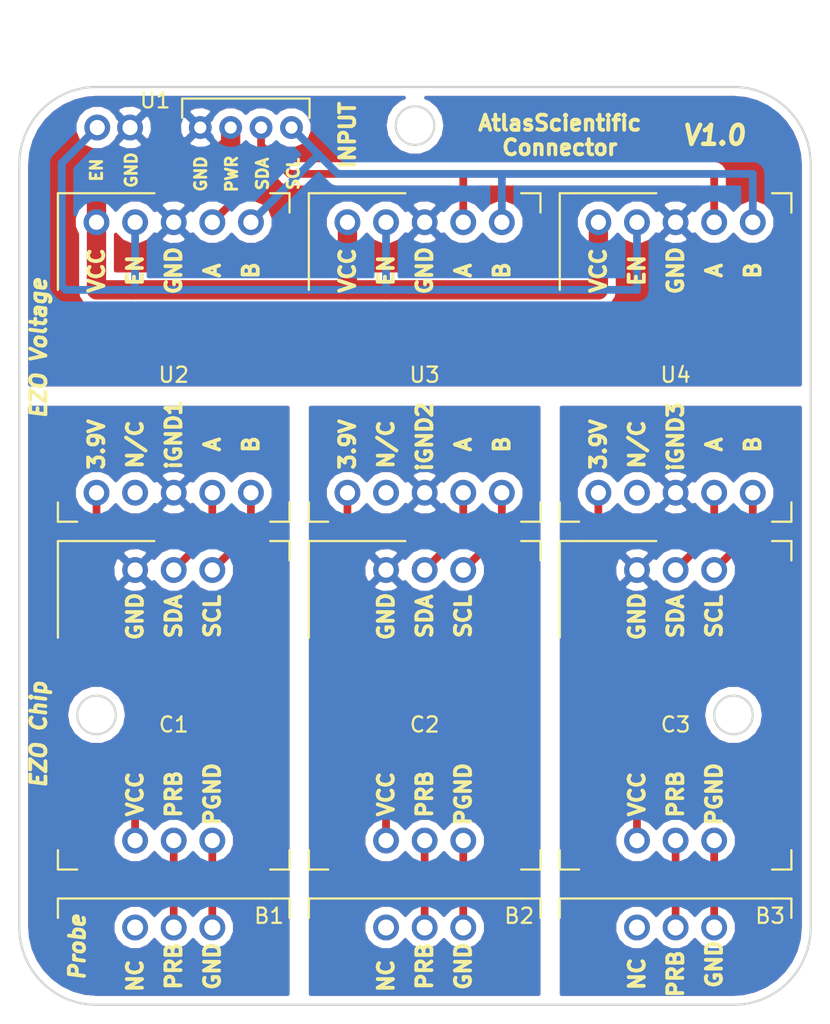
<source format=kicad_pcb>
(kicad_pcb (version 20171130) (host pcbnew "(5.0.2)-1")

  (general
    (thickness 1.6)
    (drawings 80)
    (tracks 66)
    (zones 0)
    (modules 10)
    (nets 30)
  )

  (page User 119.99 110.007)
  (layers
    (0 F.Cu signal)
    (31 B.Cu signal)
    (32 B.Adhes user)
    (33 F.Adhes user)
    (34 B.Paste user)
    (35 F.Paste user)
    (36 B.SilkS user)
    (37 F.SilkS user)
    (38 B.Mask user)
    (39 F.Mask user)
    (40 Dwgs.User user)
    (41 Cmts.User user)
    (42 Eco1.User user)
    (43 Eco2.User user)
    (44 Edge.Cuts user)
    (45 Margin user)
    (46 B.CrtYd user)
    (47 F.CrtYd user)
    (48 B.Fab user)
    (49 F.Fab user)
  )

  (setup
    (last_trace_width 0.25)
    (user_trace_width 0.508)
    (user_trace_width 1.27)
    (trace_clearance 0.2)
    (zone_clearance 0.508)
    (zone_45_only no)
    (trace_min 0.2)
    (segment_width 0.2)
    (edge_width 0.15)
    (via_size 0.8)
    (via_drill 0.4)
    (via_min_size 0.4)
    (via_min_drill 0.3)
    (uvia_size 0.3)
    (uvia_drill 0.1)
    (uvias_allowed no)
    (uvia_min_size 0.2)
    (uvia_min_drill 0.1)
    (pcb_text_width 0.3)
    (pcb_text_size 1.5 1.5)
    (mod_edge_width 0.15)
    (mod_text_size 1 1)
    (mod_text_width 0.15)
    (pad_size 1.7 1.7)
    (pad_drill 1.05)
    (pad_to_mask_clearance 0.051)
    (solder_mask_min_width 0.25)
    (aux_axis_origin 0 0)
    (visible_elements 7FFFFFFF)
    (pcbplotparams
      (layerselection 0x010fc_ffffffff)
      (usegerberextensions false)
      (usegerberattributes false)
      (usegerberadvancedattributes false)
      (creategerberjobfile false)
      (excludeedgelayer true)
      (linewidth 0.100000)
      (plotframeref false)
      (viasonmask false)
      (mode 1)
      (useauxorigin false)
      (hpglpennumber 1)
      (hpglpenspeed 20)
      (hpglpendiameter 15.000000)
      (psnegative false)
      (psa4output false)
      (plotreference true)
      (plotvalue true)
      (plotinvisibletext false)
      (padsonsilk false)
      (subtractmaskfromsilk false)
      (outputformat 1)
      (mirror false)
      (drillshape 0)
      (scaleselection 1)
      (outputdirectory "Gerber/"))
  )

  (net 0 "")
  (net 1 "Net-(B1-Pad1)")
  (net 2 "Net-(B1-Pad2)")
  (net 3 "Net-(B1-Pad3)")
  (net 4 "Net-(B2-Pad3)")
  (net 5 "Net-(B2-Pad2)")
  (net 6 "Net-(B2-Pad1)")
  (net 7 "Net-(B3-Pad1)")
  (net 8 "Net-(B3-Pad2)")
  (net 9 "Net-(B3-Pad3)")
  (net 10 "Net-(C1-Pad1)")
  (net 11 "Net-(C1-Pad2)")
  (net 12 "Net-(C1-Pad3)")
  (net 13 "Net-(C2-Pad3)")
  (net 14 "Net-(C2-Pad2)")
  (net 15 "Net-(C2-Pad1)")
  (net 16 "Net-(C3-Pad1)")
  (net 17 "Net-(C3-Pad2)")
  (net 18 "Net-(C3-Pad3)")
  (net 19 "Net-(U1-Pad1)")
  (net 20 "Net-(U1-Pad2)")
  (net 21 "Net-(U1-Pad3)")
  (net 22 "Net-(U1-Pad4)")
  (net 23 "Net-(U2-Pad7)")
  (net 24 "Net-(U3-Pad7)")
  (net 25 "Net-(U4-Pad7)")
  (net 26 "Net-(C1-Pad4)")
  (net 27 "Net-(C2-Pad4)")
  (net 28 "Net-(C3-Pad4)")
  (net 29 "Net-(U1-Pad5)")

  (net_class Default "This is the default net class."
    (clearance 0.2)
    (trace_width 0.25)
    (via_dia 0.8)
    (via_drill 0.4)
    (uvia_dia 0.3)
    (uvia_drill 0.1)
    (add_net "Net-(B1-Pad1)")
    (add_net "Net-(B1-Pad2)")
    (add_net "Net-(B1-Pad3)")
    (add_net "Net-(B2-Pad1)")
    (add_net "Net-(B2-Pad2)")
    (add_net "Net-(B2-Pad3)")
    (add_net "Net-(B3-Pad1)")
    (add_net "Net-(B3-Pad2)")
    (add_net "Net-(B3-Pad3)")
    (add_net "Net-(C1-Pad1)")
    (add_net "Net-(C1-Pad2)")
    (add_net "Net-(C1-Pad3)")
    (add_net "Net-(C1-Pad4)")
    (add_net "Net-(C2-Pad1)")
    (add_net "Net-(C2-Pad2)")
    (add_net "Net-(C2-Pad3)")
    (add_net "Net-(C2-Pad4)")
    (add_net "Net-(C3-Pad1)")
    (add_net "Net-(C3-Pad2)")
    (add_net "Net-(C3-Pad3)")
    (add_net "Net-(C3-Pad4)")
    (add_net "Net-(U1-Pad1)")
    (add_net "Net-(U1-Pad2)")
    (add_net "Net-(U1-Pad3)")
    (add_net "Net-(U1-Pad4)")
    (add_net "Net-(U1-Pad5)")
    (add_net "Net-(U2-Pad7)")
    (add_net "Net-(U3-Pad7)")
    (add_net "Net-(U4-Pad7)")
  )

  (module AtlasScientificChips:Input (layer F.Cu) (tedit 5C37971B) (tstamp 5C5C312D)
    (at 28.877 19.05)
    (path /5C38CE18)
    (fp_text reference U1 (at -5.969 -2.286) (layer F.SilkS)
      (effects (font (size 1 1) (thickness 0.15)))
    )
    (fp_text value Input (at -0.127 -2.159) (layer F.Fab)
      (effects (font (size 1 1) (thickness 0.15)))
    )
    (fp_line (start 4.191 -2.413) (end 4.191 -1.143) (layer F.SilkS) (width 0.15))
    (fp_line (start -4.191 -1.143) (end -4.191 -2.413) (layer F.SilkS) (width 0.15))
    (fp_line (start -4.191 -2.413) (end 4.191 -2.413) (layer F.SilkS) (width 0.15))
    (pad 1 thru_hole circle (at -3 -0.508) (size 1.5 1.5) (drill 0.8) (layers *.Cu *.Mask)
      (net 19 "Net-(U1-Pad1)"))
    (pad 2 thru_hole circle (at -1 -0.508) (size 1.5 1.5) (drill 0.8) (layers *.Cu *.Mask)
      (net 20 "Net-(U1-Pad2)"))
    (pad 3 thru_hole circle (at 1 -0.508) (size 1.5 1.5) (drill 0.8) (layers *.Cu *.Mask)
      (net 21 "Net-(U1-Pad3)"))
    (pad 4 thru_hole circle (at 3 -0.508) (size 1.5 1.5) (drill 0.8) (layers *.Cu *.Mask)
      (net 22 "Net-(U1-Pad4)"))
    (pad 5 thru_hole circle (at -9.779 -0.508) (size 1.7 1.7) (drill 1) (layers *.Cu *.Mask)
      (net 29 "Net-(U1-Pad5)"))
    (pad 6 thru_hole circle (at -7.62 -0.508) (size 1.7 1.7) (drill 1) (layers *.Cu *.Mask)
      (net 19 "Net-(U1-Pad1)"))
  )

  (module AtlasScientificChips:BNC (layer F.Cu) (tedit 5C377615) (tstamp 5C5C30D8)
    (at 57.023 71.628)
    (path /5C369CF7)
    (fp_text reference B3 (at 6.35 -1.27) (layer F.SilkS)
      (effects (font (size 1 1) (thickness 0.15)))
    )
    (fp_text value BNCConnect (at 0.127 -3.683) (layer F.Fab)
      (effects (font (size 1 1) (thickness 0.15)))
    )
    (fp_line (start -6.223 -2.413) (end 6.604 -2.413) (layer F.SilkS) (width 0.15))
    (fp_line (start -7.493 -2.413) (end -6.223 -2.413) (layer F.SilkS) (width 0.15))
    (fp_line (start -7.493 -1.143) (end -7.493 -2.413) (layer F.SilkS) (width 0.15))
    (fp_line (start 7.747 -2.413) (end 7.747 -1.143) (layer F.SilkS) (width 0.15))
    (fp_line (start 6.477 -2.413) (end 7.747 -2.413) (layer F.SilkS) (width 0.15))
    (pad 3 thru_hole circle (at 2.667 -0.508) (size 1.7 1.7) (drill 1.05) (layers *.Cu *.Mask)
      (net 9 "Net-(B3-Pad3)"))
    (pad 2 thru_hole circle (at 0.127 -0.508) (size 1.7 1.7) (drill 1.05) (layers *.Cu *.Mask)
      (net 8 "Net-(B3-Pad2)"))
    (pad 1 thru_hole circle (at -2.413 -0.508) (size 1.7 1.7) (drill 1.05) (layers *.Cu *.Mask)
      (net 7 "Net-(B3-Pad1)"))
  )

  (module AtlasScientificChips:BNC (layer F.Cu) (tedit 5C3745E5) (tstamp 5C5C30CC)
    (at 40.513 71.628)
    (path /5C369CAA)
    (fp_text reference B2 (at 6.35 -1.27) (layer F.SilkS)
      (effects (font (size 1 1) (thickness 0.15)))
    )
    (fp_text value BNCConnect (at 0.127 -3.683) (layer F.Fab)
      (effects (font (size 1 1) (thickness 0.15)))
    )
    (fp_line (start -6.223 -2.413) (end 6.604 -2.413) (layer F.SilkS) (width 0.15))
    (fp_line (start -7.493 -2.413) (end -6.223 -2.413) (layer F.SilkS) (width 0.15))
    (fp_line (start -7.493 -1.143) (end -7.493 -2.413) (layer F.SilkS) (width 0.15))
    (fp_line (start 7.747 -2.413) (end 7.747 -1.143) (layer F.SilkS) (width 0.15))
    (fp_line (start 6.477 -2.413) (end 7.747 -2.413) (layer F.SilkS) (width 0.15))
    (pad 3 thru_hole circle (at 2.667 -0.508) (size 1.7 1.7) (drill 1.05) (layers *.Cu *.Mask)
      (net 4 "Net-(B2-Pad3)"))
    (pad 2 thru_hole circle (at 0.127 -0.508) (size 1.7 1.7) (drill 1.05) (layers *.Cu *.Mask)
      (net 5 "Net-(B2-Pad2)"))
    (pad 1 thru_hole circle (at -2.413 -0.508) (size 1.7 1.7) (drill 1.05) (layers *.Cu *.Mask)
      (net 6 "Net-(B2-Pad1)"))
  )

  (module AtlasScientificChips:BNC (layer F.Cu) (tedit 5C3745E5) (tstamp 5C5C30C0)
    (at 24.003 71.628)
    (path /5C369C01)
    (fp_text reference B1 (at 6.401999 -1.27) (layer F.SilkS)
      (effects (font (size 1 1) (thickness 0.15)))
    )
    (fp_text value BNCConnect (at 0.127 -3.683) (layer F.Fab)
      (effects (font (size 1 1) (thickness 0.15)))
    )
    (fp_line (start 6.477 -2.413) (end 7.747 -2.413) (layer F.SilkS) (width 0.15))
    (fp_line (start 7.747 -2.413) (end 7.747 -1.143) (layer F.SilkS) (width 0.15))
    (fp_line (start -7.493 -1.143) (end -7.493 -2.413) (layer F.SilkS) (width 0.15))
    (fp_line (start -7.493 -2.413) (end -6.223 -2.413) (layer F.SilkS) (width 0.15))
    (fp_line (start -6.223 -2.413) (end 6.604 -2.413) (layer F.SilkS) (width 0.15))
    (pad 1 thru_hole circle (at -2.413 -0.508) (size 1.7 1.7) (drill 1.05) (layers *.Cu *.Mask)
      (net 1 "Net-(B1-Pad1)"))
    (pad 2 thru_hole circle (at 0.127 -0.508) (size 1.7 1.7) (drill 1.05) (layers *.Cu *.Mask)
      (net 2 "Net-(B1-Pad2)"))
    (pad 3 thru_hole circle (at 2.667 -0.508) (size 1.7 1.7) (drill 1.05) (layers *.Cu *.Mask)
      (net 3 "Net-(B1-Pad3)"))
  )

  (module AtlasScientificChips:EZOChip_2 (layer F.Cu) (tedit 5C368EFD) (tstamp 5C5C30F0)
    (at 24.13 56.515)
    (path /5C36A7C6)
    (fp_text reference C1 (at 0 1.27) (layer F.SilkS)
      (effects (font (size 1 1) (thickness 0.15)))
    )
    (fp_text value EZOChip (at 0 -0.5) (layer F.Fab)
      (effects (font (size 1 1) (thickness 0.15)))
    )
    (fp_line (start 6.985 -10.033) (end 6.985 10.033) (layer F.Fab) (width 0.15))
    (fp_line (start 6.985 10.033) (end -6.985 10.033) (layer F.Fab) (width 0.15))
    (fp_line (start -6.985 10.033) (end -6.985 -10.033) (layer F.Fab) (width 0.15))
    (fp_line (start -6.985 -10.033) (end 6.985 -10.033) (layer F.Fab) (width 0.15))
    (fp_line (start 6.35 -10.795) (end 7.62 -10.795) (layer F.SilkS) (width 0.15))
    (fp_line (start 7.62 -10.795) (end 7.62 -9.525) (layer F.SilkS) (width 0.15))
    (fp_line (start 7.62 9.525) (end 7.62 10.795) (layer F.SilkS) (width 0.15))
    (fp_line (start 7.62 10.795) (end 6.35 10.795) (layer F.SilkS) (width 0.15))
    (fp_line (start -6.35 10.795) (end -7.62 10.795) (layer F.SilkS) (width 0.15))
    (fp_line (start -7.62 10.795) (end -7.62 9.525) (layer F.SilkS) (width 0.15))
    (fp_line (start -7.62 -9.525) (end -7.62 -10.795) (layer F.SilkS) (width 0.15))
    (fp_line (start -7.62 -10.795) (end -6.35 -10.795) (layer F.SilkS) (width 0.15))
    (fp_line (start -7.62 -9.525) (end -7.62 -4.445) (layer F.SilkS) (width 0.15))
    (fp_line (start -6.35 -10.795) (end -1.27 -10.795) (layer F.SilkS) (width 0.15))
    (pad 1 thru_hole circle (at -2.54 -8.89) (size 1.7 1.7) (drill 1) (layers *.Cu *.Mask)
      (net 10 "Net-(C1-Pad1)"))
    (pad 2 thru_hole circle (at 0 -8.89) (size 1.7 1.7) (drill 1) (layers *.Cu *.Mask)
      (net 11 "Net-(C1-Pad2)"))
    (pad 3 thru_hole circle (at 2.54 -8.89) (size 1.7 1.7) (drill 1) (layers *.Cu *.Mask)
      (net 12 "Net-(C1-Pad3)"))
    (pad 4 thru_hole circle (at -2.54 8.89) (size 1.7 1.7) (drill 1) (layers *.Cu *.Mask)
      (net 26 "Net-(C1-Pad4)"))
    (pad 5 thru_hole circle (at 0 8.89) (size 1.7 1.7) (drill 1) (layers *.Cu *.Mask)
      (net 2 "Net-(B1-Pad2)"))
    (pad 6 thru_hole circle (at 2.54 8.89) (size 1.7 1.7) (drill 1) (layers *.Cu *.Mask)
      (net 3 "Net-(B1-Pad3)"))
  )

  (module AtlasScientificChips:EZOChip_2 (layer F.Cu) (tedit 5C368EFD) (tstamp 5C5C3108)
    (at 40.64 56.515)
    (path /5C36A816)
    (fp_text reference C2 (at 0 1.27) (layer F.SilkS)
      (effects (font (size 1 1) (thickness 0.15)))
    )
    (fp_text value EZOChip (at 0 -0.5) (layer F.Fab)
      (effects (font (size 1 1) (thickness 0.15)))
    )
    (fp_line (start -6.35 -10.795) (end -1.27 -10.795) (layer F.SilkS) (width 0.15))
    (fp_line (start -7.62 -9.525) (end -7.62 -4.445) (layer F.SilkS) (width 0.15))
    (fp_line (start -7.62 -10.795) (end -6.35 -10.795) (layer F.SilkS) (width 0.15))
    (fp_line (start -7.62 -9.525) (end -7.62 -10.795) (layer F.SilkS) (width 0.15))
    (fp_line (start -7.62 10.795) (end -7.62 9.525) (layer F.SilkS) (width 0.15))
    (fp_line (start -6.35 10.795) (end -7.62 10.795) (layer F.SilkS) (width 0.15))
    (fp_line (start 7.62 10.795) (end 6.35 10.795) (layer F.SilkS) (width 0.15))
    (fp_line (start 7.62 9.525) (end 7.62 10.795) (layer F.SilkS) (width 0.15))
    (fp_line (start 7.62 -10.795) (end 7.62 -9.525) (layer F.SilkS) (width 0.15))
    (fp_line (start 6.35 -10.795) (end 7.62 -10.795) (layer F.SilkS) (width 0.15))
    (fp_line (start -6.985 -10.033) (end 6.985 -10.033) (layer F.Fab) (width 0.15))
    (fp_line (start -6.985 10.033) (end -6.985 -10.033) (layer F.Fab) (width 0.15))
    (fp_line (start 6.985 10.033) (end -6.985 10.033) (layer F.Fab) (width 0.15))
    (fp_line (start 6.985 -10.033) (end 6.985 10.033) (layer F.Fab) (width 0.15))
    (pad 6 thru_hole circle (at 2.54 8.89) (size 1.7 1.7) (drill 1) (layers *.Cu *.Mask)
      (net 4 "Net-(B2-Pad3)"))
    (pad 5 thru_hole circle (at 0 8.89) (size 1.7 1.7) (drill 1) (layers *.Cu *.Mask)
      (net 5 "Net-(B2-Pad2)"))
    (pad 4 thru_hole circle (at -2.54 8.89) (size 1.7 1.7) (drill 1) (layers *.Cu *.Mask)
      (net 27 "Net-(C2-Pad4)"))
    (pad 3 thru_hole circle (at 2.54 -8.89) (size 1.7 1.7) (drill 1) (layers *.Cu *.Mask)
      (net 13 "Net-(C2-Pad3)"))
    (pad 2 thru_hole circle (at 0 -8.89) (size 1.7 1.7) (drill 1) (layers *.Cu *.Mask)
      (net 14 "Net-(C2-Pad2)"))
    (pad 1 thru_hole circle (at -2.54 -8.89) (size 1.7 1.7) (drill 1) (layers *.Cu *.Mask)
      (net 15 "Net-(C2-Pad1)"))
  )

  (module AtlasScientificChips:EZOChip_2 (layer F.Cu) (tedit 5C368EFD) (tstamp 5C5C3120)
    (at 57.15 56.515)
    (path /5C36A848)
    (fp_text reference C3 (at 0 1.27) (layer F.SilkS)
      (effects (font (size 1 1) (thickness 0.15)))
    )
    (fp_text value EZOChip (at 0 -0.5) (layer F.Fab)
      (effects (font (size 1 1) (thickness 0.15)))
    )
    (fp_line (start 6.985 -10.033) (end 6.985 10.033) (layer F.Fab) (width 0.15))
    (fp_line (start 6.985 10.033) (end -6.985 10.033) (layer F.Fab) (width 0.15))
    (fp_line (start -6.985 10.033) (end -6.985 -10.033) (layer F.Fab) (width 0.15))
    (fp_line (start -6.985 -10.033) (end 6.985 -10.033) (layer F.Fab) (width 0.15))
    (fp_line (start 6.35 -10.795) (end 7.62 -10.795) (layer F.SilkS) (width 0.15))
    (fp_line (start 7.62 -10.795) (end 7.62 -9.525) (layer F.SilkS) (width 0.15))
    (fp_line (start 7.62 9.525) (end 7.62 10.795) (layer F.SilkS) (width 0.15))
    (fp_line (start 7.62 10.795) (end 6.35 10.795) (layer F.SilkS) (width 0.15))
    (fp_line (start -6.35 10.795) (end -7.62 10.795) (layer F.SilkS) (width 0.15))
    (fp_line (start -7.62 10.795) (end -7.62 9.525) (layer F.SilkS) (width 0.15))
    (fp_line (start -7.62 -9.525) (end -7.62 -10.795) (layer F.SilkS) (width 0.15))
    (fp_line (start -7.62 -10.795) (end -6.35 -10.795) (layer F.SilkS) (width 0.15))
    (fp_line (start -7.62 -9.525) (end -7.62 -4.445) (layer F.SilkS) (width 0.15))
    (fp_line (start -6.35 -10.795) (end -1.27 -10.795) (layer F.SilkS) (width 0.15))
    (pad 1 thru_hole circle (at -2.54 -8.89) (size 1.7 1.7) (drill 1) (layers *.Cu *.Mask)
      (net 16 "Net-(C3-Pad1)"))
    (pad 2 thru_hole circle (at 0 -8.89) (size 1.7 1.7) (drill 1) (layers *.Cu *.Mask)
      (net 17 "Net-(C3-Pad2)"))
    (pad 3 thru_hole circle (at 2.54 -8.89) (size 1.7 1.7) (drill 1) (layers *.Cu *.Mask)
      (net 18 "Net-(C3-Pad3)"))
    (pad 4 thru_hole circle (at -2.54 8.89) (size 1.7 1.7) (drill 1) (layers *.Cu *.Mask)
      (net 28 "Net-(C3-Pad4)"))
    (pad 5 thru_hole circle (at 0 8.89) (size 1.7 1.7) (drill 1) (layers *.Cu *.Mask)
      (net 8 "Net-(B3-Pad2)"))
    (pad 6 thru_hole circle (at 2.54 8.89) (size 1.7 1.7) (drill 1) (layers *.Cu *.Mask)
      (net 9 "Net-(B3-Pad3)"))
  )

  (module AtlasScientificChips:EZOVoltage (layer F.Cu) (tedit 5C368ECE) (tstamp 5C5C3149)
    (at 24.13 33.655)
    (path /5C36A445)
    (fp_text reference U2 (at 0 1.143) (layer F.SilkS)
      (effects (font (size 1 1) (thickness 0.15)))
    )
    (fp_text value EZOVoltage (at 0 -0.5) (layer F.Fab)
      (effects (font (size 1 1) (thickness 0.15)))
    )
    (fp_line (start 6.985 -10.033) (end 6.985 10.033) (layer F.Fab) (width 0.15))
    (fp_line (start 6.985 10.033) (end -6.985 10.033) (layer F.Fab) (width 0.15))
    (fp_line (start -6.985 10.033) (end -6.985 -10.033) (layer F.Fab) (width 0.15))
    (fp_line (start -6.985 -10.033) (end 6.985 -10.033) (layer F.Fab) (width 0.15))
    (fp_line (start 6.35 -10.795) (end 7.62 -10.795) (layer F.SilkS) (width 0.15))
    (fp_line (start 7.62 -10.795) (end 7.62 -9.525) (layer F.SilkS) (width 0.15))
    (fp_line (start 7.62 9.525) (end 7.62 10.795) (layer F.SilkS) (width 0.15))
    (fp_line (start 7.62 10.795) (end 6.35 10.795) (layer F.SilkS) (width 0.15))
    (fp_line (start -6.35 10.795) (end -7.62 10.795) (layer F.SilkS) (width 0.15))
    (fp_line (start -7.62 10.795) (end -7.62 9.525) (layer F.SilkS) (width 0.15))
    (fp_line (start -7.62 -9.525) (end -7.62 -10.795) (layer F.SilkS) (width 0.15))
    (fp_line (start -7.62 -10.795) (end -6.35 -10.795) (layer F.SilkS) (width 0.15))
    (fp_line (start -7.62 -9.525) (end -7.62 -4.445) (layer F.SilkS) (width 0.15))
    (fp_line (start -6.35 -10.795) (end -1.27 -10.795) (layer F.SilkS) (width 0.15))
    (pad 2 thru_hole circle (at -2.54 -8.89) (size 1.7 1.7) (drill 1) (layers *.Cu *.Mask)
      (net 29 "Net-(U1-Pad5)"))
    (pad 3 thru_hole circle (at 0 -8.89) (size 1.7 1.7) (drill 1) (layers *.Cu *.Mask)
      (net 19 "Net-(U1-Pad1)"))
    (pad 4 thru_hole circle (at 2.54 -8.89) (size 1.7 1.7) (drill 1) (layers *.Cu *.Mask)
      (net 21 "Net-(U1-Pad3)"))
    (pad 7 thru_hole circle (at -2.54 8.89) (size 1.7 1.7) (drill 1) (layers *.Cu *.Mask)
      (net 23 "Net-(U2-Pad7)"))
    (pad 8 thru_hole circle (at 0 8.89) (size 1.7 1.7) (drill 1) (layers *.Cu *.Mask)
      (net 10 "Net-(C1-Pad1)"))
    (pad 9 thru_hole circle (at 2.54 8.89) (size 1.7 1.7) (drill 1) (layers *.Cu *.Mask)
      (net 11 "Net-(C1-Pad2)"))
    (pad 1 thru_hole circle (at -5.08 -8.89) (size 1.7 1.7) (drill 1) (layers *.Cu *.Mask)
      (net 20 "Net-(U1-Pad2)"))
    (pad 5 thru_hole circle (at 5.08 -8.89) (size 1.7 1.7) (drill 1) (layers *.Cu *.Mask)
      (net 22 "Net-(U1-Pad4)"))
    (pad 6 thru_hole circle (at -5.08 8.89) (size 1.7 1.7) (drill 1) (layers *.Cu *.Mask)
      (net 26 "Net-(C1-Pad4)"))
    (pad 10 thru_hole circle (at 5.08 8.89) (size 1.7 1.7) (drill 1) (layers *.Cu *.Mask)
      (net 12 "Net-(C1-Pad3)"))
  )

  (module AtlasScientificChips:EZOVoltage (layer F.Cu) (tedit 5C368ECE) (tstamp 5C5C3165)
    (at 40.64 33.655)
    (path /5C36A48F)
    (fp_text reference U3 (at 0 1.143) (layer F.SilkS)
      (effects (font (size 1 1) (thickness 0.15)))
    )
    (fp_text value EZOVoltage (at 0 -0.5) (layer F.Fab)
      (effects (font (size 1 1) (thickness 0.15)))
    )
    (fp_line (start -6.35 -10.795) (end -1.27 -10.795) (layer F.SilkS) (width 0.15))
    (fp_line (start -7.62 -9.525) (end -7.62 -4.445) (layer F.SilkS) (width 0.15))
    (fp_line (start -7.62 -10.795) (end -6.35 -10.795) (layer F.SilkS) (width 0.15))
    (fp_line (start -7.62 -9.525) (end -7.62 -10.795) (layer F.SilkS) (width 0.15))
    (fp_line (start -7.62 10.795) (end -7.62 9.525) (layer F.SilkS) (width 0.15))
    (fp_line (start -6.35 10.795) (end -7.62 10.795) (layer F.SilkS) (width 0.15))
    (fp_line (start 7.62 10.795) (end 6.35 10.795) (layer F.SilkS) (width 0.15))
    (fp_line (start 7.62 9.525) (end 7.62 10.795) (layer F.SilkS) (width 0.15))
    (fp_line (start 7.62 -10.795) (end 7.62 -9.525) (layer F.SilkS) (width 0.15))
    (fp_line (start 6.35 -10.795) (end 7.62 -10.795) (layer F.SilkS) (width 0.15))
    (fp_line (start -6.985 -10.033) (end 6.985 -10.033) (layer F.Fab) (width 0.15))
    (fp_line (start -6.985 10.033) (end -6.985 -10.033) (layer F.Fab) (width 0.15))
    (fp_line (start 6.985 10.033) (end -6.985 10.033) (layer F.Fab) (width 0.15))
    (fp_line (start 6.985 -10.033) (end 6.985 10.033) (layer F.Fab) (width 0.15))
    (pad 10 thru_hole circle (at 5.08 8.89) (size 1.7 1.7) (drill 1) (layers *.Cu *.Mask)
      (net 13 "Net-(C2-Pad3)"))
    (pad 6 thru_hole circle (at -5.08 8.89) (size 1.7 1.7) (drill 1) (layers *.Cu *.Mask)
      (net 27 "Net-(C2-Pad4)"))
    (pad 5 thru_hole circle (at 5.08 -8.89) (size 1.7 1.7) (drill 1) (layers *.Cu *.Mask)
      (net 22 "Net-(U1-Pad4)"))
    (pad 1 thru_hole circle (at -5.08 -8.89) (size 1.7 1.7) (drill 1) (layers *.Cu *.Mask)
      (net 20 "Net-(U1-Pad2)"))
    (pad 9 thru_hole circle (at 2.54 8.89) (size 1.7 1.7) (drill 1) (layers *.Cu *.Mask)
      (net 14 "Net-(C2-Pad2)"))
    (pad 8 thru_hole circle (at 0 8.89) (size 1.7 1.7) (drill 1) (layers *.Cu *.Mask)
      (net 15 "Net-(C2-Pad1)"))
    (pad 7 thru_hole circle (at -2.54 8.89) (size 1.7 1.7) (drill 1) (layers *.Cu *.Mask)
      (net 24 "Net-(U3-Pad7)"))
    (pad 4 thru_hole circle (at 2.54 -8.89) (size 1.7 1.7) (drill 1) (layers *.Cu *.Mask)
      (net 21 "Net-(U1-Pad3)"))
    (pad 3 thru_hole circle (at 0 -8.89) (size 1.7 1.7) (drill 1) (layers *.Cu *.Mask)
      (net 19 "Net-(U1-Pad1)"))
    (pad 2 thru_hole circle (at -2.54 -8.89) (size 1.7 1.7) (drill 1) (layers *.Cu *.Mask)
      (net 29 "Net-(U1-Pad5)"))
  )

  (module AtlasScientificChips:EZOVoltage (layer F.Cu) (tedit 5C368ECE) (tstamp 5C5C3181)
    (at 57.15 33.655)
    (path /5C36A4E7)
    (fp_text reference U4 (at 0 1.143) (layer F.SilkS)
      (effects (font (size 1 1) (thickness 0.15)))
    )
    (fp_text value EZOVoltage (at 0 -0.5) (layer F.Fab)
      (effects (font (size 1 1) (thickness 0.15)))
    )
    (fp_line (start 6.985 -10.033) (end 6.985 10.033) (layer F.Fab) (width 0.15))
    (fp_line (start 6.985 10.033) (end -6.985 10.033) (layer F.Fab) (width 0.15))
    (fp_line (start -6.985 10.033) (end -6.985 -10.033) (layer F.Fab) (width 0.15))
    (fp_line (start -6.985 -10.033) (end 6.985 -10.033) (layer F.Fab) (width 0.15))
    (fp_line (start 6.35 -10.795) (end 7.62 -10.795) (layer F.SilkS) (width 0.15))
    (fp_line (start 7.62 -10.795) (end 7.62 -9.525) (layer F.SilkS) (width 0.15))
    (fp_line (start 7.62 9.525) (end 7.62 10.795) (layer F.SilkS) (width 0.15))
    (fp_line (start 7.62 10.795) (end 6.35 10.795) (layer F.SilkS) (width 0.15))
    (fp_line (start -6.35 10.795) (end -7.62 10.795) (layer F.SilkS) (width 0.15))
    (fp_line (start -7.62 10.795) (end -7.62 9.525) (layer F.SilkS) (width 0.15))
    (fp_line (start -7.62 -9.525) (end -7.62 -10.795) (layer F.SilkS) (width 0.15))
    (fp_line (start -7.62 -10.795) (end -6.35 -10.795) (layer F.SilkS) (width 0.15))
    (fp_line (start -7.62 -9.525) (end -7.62 -4.445) (layer F.SilkS) (width 0.15))
    (fp_line (start -6.35 -10.795) (end -1.27 -10.795) (layer F.SilkS) (width 0.15))
    (pad 2 thru_hole circle (at -2.54 -8.89) (size 1.7 1.7) (drill 1) (layers *.Cu *.Mask)
      (net 29 "Net-(U1-Pad5)"))
    (pad 3 thru_hole circle (at 0 -8.89) (size 1.7 1.7) (drill 1) (layers *.Cu *.Mask)
      (net 19 "Net-(U1-Pad1)"))
    (pad 4 thru_hole circle (at 2.54 -8.89) (size 1.7 1.7) (drill 1) (layers *.Cu *.Mask)
      (net 21 "Net-(U1-Pad3)"))
    (pad 7 thru_hole circle (at -2.54 8.89) (size 1.7 1.7) (drill 1) (layers *.Cu *.Mask)
      (net 25 "Net-(U4-Pad7)"))
    (pad 8 thru_hole circle (at 0 8.89) (size 1.7 1.7) (drill 1) (layers *.Cu *.Mask)
      (net 16 "Net-(C3-Pad1)"))
    (pad 9 thru_hole circle (at 2.54 8.89) (size 1.7 1.7) (drill 1) (layers *.Cu *.Mask)
      (net 17 "Net-(C3-Pad2)"))
    (pad 1 thru_hole circle (at -5.08 -8.89) (size 1.7 1.7) (drill 1) (layers *.Cu *.Mask)
      (net 20 "Net-(U1-Pad2)"))
    (pad 5 thru_hole circle (at 5.08 -8.89) (size 1.7 1.7) (drill 1) (layers *.Cu *.Mask)
      (net 22 "Net-(U1-Pad4)"))
    (pad 6 thru_hole circle (at -5.08 8.89) (size 1.7 1.7) (drill 1) (layers *.Cu *.Mask)
      (net 28 "Net-(C3-Pad4)"))
    (pad 10 thru_hole circle (at 5.08 8.89) (size 1.7 1.7) (drill 1) (layers *.Cu *.Mask)
      (net 18 "Net-(C3-Pad3)"))
  )

  (gr_circle (center 60.96 57.15) (end 60.96 58.42) (layer Edge.Cuts) (width 0.15) (tstamp 5C3A89DB))
  (gr_circle (center 19.05 57.15) (end 19.05 58.42) (layer Edge.Cuts) (width 0.15) (tstamp 5C3A876E))
  (gr_text EN (at 19.05 21.336 90) (layer F.SilkS) (tstamp 5C6894D3)
    (effects (font (size 0.75 0.75) (thickness 0.1875)))
  )
  (gr_text GND (at 21.336 21.336 90) (layer F.SilkS) (tstamp 5C6894D1)
    (effects (font (size 0.75 0.75) (thickness 0.1875)))
  )
  (gr_text iGND3 (at 57.15 38.862 90) (layer F.SilkS) (tstamp 5C5C4CFB)
    (effects (font (size 1 1) (thickness 0.25)))
  )
  (gr_text iGND2 (at 40.64 38.862 90) (layer F.SilkS) (tstamp 5C5C4CF9)
    (effects (font (size 1 1) (thickness 0.25)))
  )
  (gr_text PGND (at 59.69 62.357 90) (layer F.SilkS) (tstamp 5C5C4BCF)
    (effects (font (size 1 1) (thickness 0.25)))
  )
  (gr_text PRB (at 57.15 62.357 90) (layer F.SilkS) (tstamp 5C5C4BCE)
    (effects (font (size 1 1) (thickness 0.25)))
  )
  (gr_text VCC (at 54.61 62.357 90) (layer F.SilkS) (tstamp 5C5C4BCD)
    (effects (font (size 1 1) (thickness 0.25)))
  )
  (gr_text PRB (at 40.64 62.357 90) (layer F.SilkS) (tstamp 5C5C4BC9)
    (effects (font (size 1 1) (thickness 0.25)))
  )
  (gr_text VCC (at 38.1 62.357 90) (layer F.SilkS) (tstamp 5C5C4BC8)
    (effects (font (size 1 1) (thickness 0.25)))
  )
  (gr_text PGND (at 43.18 62.357 90) (layer F.SilkS) (tstamp 5C5C4BC7)
    (effects (font (size 1 1) (thickness 0.25)))
  )
  (gr_text SDA (at 57.15 50.673 90) (layer F.SilkS) (tstamp 5C5C4BC3)
    (effects (font (size 1 1) (thickness 0.25)))
  )
  (gr_text GND (at 54.61 50.673 90) (layer F.SilkS) (tstamp 5C5C4BC2)
    (effects (font (size 1 1) (thickness 0.25)))
  )
  (gr_text SCL (at 59.69 50.673 90) (layer F.SilkS) (tstamp 5C5C4BC1)
    (effects (font (size 1 1) (thickness 0.25)))
  )
  (gr_text GND (at 38.1 50.673 90) (layer F.SilkS) (tstamp 5C5C4BBD)
    (effects (font (size 1 1) (thickness 0.25)))
  )
  (gr_text SDA (at 40.64 50.673 90) (layer F.SilkS) (tstamp 5C5C4BBC)
    (effects (font (size 1 1) (thickness 0.25)))
  )
  (gr_text SCL (at 43.18 50.673 90) (layer F.SilkS) (tstamp 5C5C4BBB)
    (effects (font (size 1 1) (thickness 0.25)))
  )
  (gr_text VCC (at 52.07 27.94 90) (layer F.SilkS) (tstamp 5C5C4B6E)
    (effects (font (size 1 1) (thickness 0.25)))
  )
  (gr_text B (at 62.23 27.94 90) (layer F.SilkS) (tstamp 5C5C4B6D)
    (effects (font (size 1 1) (thickness 0.25)))
  )
  (gr_text EN (at 54.61 27.94 90) (layer F.SilkS) (tstamp 5C5C4B6C)
    (effects (font (size 1 1) (thickness 0.25)))
  )
  (gr_text GND (at 57.15 27.94 90) (layer F.SilkS) (tstamp 5C5C4B6B)
    (effects (font (size 1 1) (thickness 0.25)))
  )
  (gr_text A (at 59.69 27.94 90) (layer F.SilkS) (tstamp 5C5C4B6A)
    (effects (font (size 1 1) (thickness 0.25)))
  )
  (gr_text 3.9V (at 52.07 39.37 90) (layer F.SilkS) (tstamp 5C5C4B64)
    (effects (font (size 1 1) (thickness 0.25)))
  )
  (gr_text B (at 62.23 39.37 90) (layer F.SilkS) (tstamp 5C5C4B63)
    (effects (font (size 1 1) (thickness 0.25)))
  )
  (gr_text N/C (at 54.61 39.37 90) (layer F.SilkS) (tstamp 5C5C4B61)
    (effects (font (size 1 1) (thickness 0.25)))
  )
  (gr_text A (at 59.69 39.37 90) (layer F.SilkS) (tstamp 5C5C4B60)
    (effects (font (size 1 1) (thickness 0.25)))
  )
  (gr_text N/C (at 38.1 39.37 90) (layer F.SilkS) (tstamp 5C5C4B59)
    (effects (font (size 1 1) (thickness 0.25)))
  )
  (gr_text 3.9V (at 35.56 39.37 90) (layer F.SilkS) (tstamp 5C5C4B58)
    (effects (font (size 1 1) (thickness 0.25)))
  )
  (gr_text A (at 43.18 39.37 90) (layer F.SilkS) (tstamp 5C5C4B56)
    (effects (font (size 1 1) (thickness 0.25)))
  )
  (gr_text B (at 45.72 39.37 90) (layer F.SilkS) (tstamp 5C5C4B55)
    (effects (font (size 1 1) (thickness 0.25)))
  )
  (gr_text VCC (at 35.56 27.94 90) (layer F.SilkS) (tstamp 5C5C4B4F)
    (effects (font (size 1 1) (thickness 0.25)))
  )
  (gr_text B (at 45.72 27.94 90) (layer F.SilkS) (tstamp 5C5C4B4E)
    (effects (font (size 1 1) (thickness 0.25)))
  )
  (gr_text EN (at 38.1 27.94 90) (layer F.SilkS) (tstamp 5C5C4B4D)
    (effects (font (size 1 1) (thickness 0.25)))
  )
  (gr_text GND (at 40.64 27.94 90) (layer F.SilkS) (tstamp 5C5C4B4C)
    (effects (font (size 1 1) (thickness 0.25)))
  )
  (gr_text A (at 43.18 27.94 90) (layer F.SilkS) (tstamp 5C5C4B4B)
    (effects (font (size 1 1) (thickness 0.25)))
  )
  (gr_text "EZO Voltage" (at 15.24 33.02 90) (layer F.SilkS) (tstamp 5C5C3F90)
    (effects (font (size 1 1) (thickness 0.25) italic))
  )
  (gr_arc (start 19.05 71.12) (end 13.97 71.12) (angle -90) (layer Edge.Cuts) (width 0.15) (tstamp 5C5C459C))
  (gr_arc (start 60.96 71.12) (end 60.96 76.2) (angle -90) (layer Edge.Cuts) (width 0.15) (tstamp 5C5C4583))
  (gr_arc (start 19.05 20.955) (end 19.05 15.875) (angle -90) (layer Edge.Cuts) (width 0.15) (tstamp 5C5C457E))
  (gr_arc (start 60.96 20.955) (end 66.04 20.955) (angle -90) (layer Edge.Cuts) (width 0.15))
  (gr_circle (center 40.005 18.415) (end 40.005 19.685) (layer Edge.Cuts) (width 0.15))
  (gr_line (start 19.05 76.2) (end 60.96 76.2) (layer Edge.Cuts) (width 0.15))
  (gr_line (start 13.97 20.955) (end 13.97 71.12) (layer Edge.Cuts) (width 0.15))
  (gr_line (start 60.96 15.875) (end 19.05 15.875) (layer Edge.Cuts) (width 0.15))
  (gr_line (start 66.04 71.12) (end 66.04 20.955) (layer Edge.Cuts) (width 0.15))
  (gr_text INPUT (at 35.56 19.05 90) (layer F.SilkS)
    (effects (font (size 1 1) (thickness 0.25)))
  )
  (gr_text V1.0 (at 59.69 19.05) (layer F.SilkS)
    (effects (font (size 1.25 1.25) (thickness 0.3) italic))
  )
  (gr_text "AtlasScientific\nConnector" (at 49.53 19.05) (layer F.SilkS)
    (effects (font (size 1 1) (thickness 0.25)))
  )
  (gr_text GND (at 59.69 73.533 90) (layer F.SilkS) (tstamp 5C66777A)
    (effects (font (size 1 1) (thickness 0.25)))
  )
  (gr_text PRB (at 57.15 74.168 90) (layer F.SilkS) (tstamp 5C667778)
    (effects (font (size 1 1) (thickness 0.25)))
  )
  (gr_text NC (at 54.61 74.168 90) (layer F.SilkS) (tstamp 5C667776)
    (effects (font (size 1 1) (thickness 0.25)))
  )
  (gr_text GND (at 43.18 73.66 90) (layer F.SilkS) (tstamp 5C667774)
    (effects (font (size 1 1) (thickness 0.25)))
  )
  (gr_text PRB (at 40.64 73.66 90) (layer F.SilkS) (tstamp 5C667772)
    (effects (font (size 1 1) (thickness 0.25)))
  )
  (gr_text NC (at 38.1 74.295 90) (layer F.SilkS) (tstamp 5C667770)
    (effects (font (size 1 1) (thickness 0.25)))
  )
  (gr_text GND (at 26.67 73.66 90) (layer F.SilkS) (tstamp 5C66776E)
    (effects (font (size 1 1) (thickness 0.25)))
  )
  (gr_text PRB (at 24.13 73.66 90) (layer F.SilkS) (tstamp 5C66776C)
    (effects (font (size 1 1) (thickness 0.25)))
  )
  (gr_text NC (at 21.59 74.295 90) (layer F.SilkS) (tstamp 5C66776A)
    (effects (font (size 1 1) (thickness 0.25)))
  )
  (gr_text PGND (at 26.67 62.357 90) (layer F.SilkS) (tstamp 5C66772B)
    (effects (font (size 1 1) (thickness 0.25)))
  )
  (gr_text PRB (at 24.13 62.357 90) (layer F.SilkS) (tstamp 5C667729)
    (effects (font (size 1 1) (thickness 0.25)))
  )
  (gr_text VCC (at 21.59 62.357 90) (layer F.SilkS) (tstamp 5C667727)
    (effects (font (size 1 1) (thickness 0.25)))
  )
  (gr_text SCL (at 26.67 50.673 90) (layer F.SilkS) (tstamp 5C66771F)
    (effects (font (size 1 1) (thickness 0.25)))
  )
  (gr_text SDA (at 24.13 50.673 90) (layer F.SilkS) (tstamp 5C66771D)
    (effects (font (size 1 1) (thickness 0.25)))
  )
  (gr_text GND (at 21.59 50.673 90) (layer F.SilkS) (tstamp 5C66770F)
    (effects (font (size 1 1) (thickness 0.25)))
  )
  (gr_text B (at 29.21 39.37 90) (layer F.SilkS) (tstamp 5C6676C1)
    (effects (font (size 1 1) (thickness 0.25)))
  )
  (gr_text A (at 26.67 39.37 90) (layer F.SilkS) (tstamp 5C6676BF)
    (effects (font (size 1 1) (thickness 0.25)))
  )
  (gr_text iGND1 (at 24.13 38.735 90) (layer F.SilkS) (tstamp 5C6676BD)
    (effects (font (size 1 1) (thickness 0.25)))
  )
  (gr_text N/C (at 21.59 39.37 90) (layer F.SilkS) (tstamp 5C6676BB)
    (effects (font (size 1 1) (thickness 0.25)))
  )
  (gr_text 3.9V (at 19.05 39.37 90) (layer F.SilkS) (tstamp 5C6676B9)
    (effects (font (size 1 1) (thickness 0.25)))
  )
  (gr_text B (at 29.21 27.94 90) (layer F.SilkS) (tstamp 5C6676A9)
    (effects (font (size 1 1) (thickness 0.25)))
  )
  (gr_text A (at 26.67 27.94 90) (layer F.SilkS) (tstamp 5C6676A7)
    (effects (font (size 1 1) (thickness 0.25)))
  )
  (gr_text GND (at 24.13 27.94 90) (layer F.SilkS) (tstamp 5C6676A5)
    (effects (font (size 1 1) (thickness 0.25)))
  )
  (gr_text EN (at 21.59 27.94 90) (layer F.SilkS) (tstamp 5C6676A3)
    (effects (font (size 1 1) (thickness 0.25)))
  )
  (gr_text VCC (at 19.05 27.94 90) (layer F.SilkS)
    (effects (font (size 1 1) (thickness 0.25)))
  )
  (gr_text Probe (at 17.78 72.39 90) (layer F.SilkS) (tstamp 5C6675CE)
    (effects (font (size 1 1) (thickness 0.25) italic))
  )
  (gr_text "EZO Chip" (at 15.24 58.42 90) (layer F.SilkS)
    (effects (font (size 1 1) (thickness 0.25) italic))
  )
  (gr_text SCL (at 32.004 21.59 90) (layer F.SilkS)
    (effects (font (size 0.75 0.75) (thickness 0.1875)))
  )
  (gr_text SDA (at 29.972 21.59 90) (layer F.SilkS)
    (effects (font (size 0.75 0.75) (thickness 0.1875)))
  )
  (gr_text PWR (at 27.94 21.59 90) (layer F.SilkS)
    (effects (font (size 0.75 0.75) (thickness 0.1875)))
  )
  (gr_text GND (at 25.908 21.59 90) (layer F.SilkS)
    (effects (font (size 0.75 0.75) (thickness 0.1875)))
  )

  (segment (start 24.13 65.405) (end 24.13 71.12) (width 0.508) (layer F.Cu) (net 2))
  (segment (start 26.67 65.405) (end 26.67 66.607081) (width 0.25) (layer F.Cu) (net 3))
  (segment (start 26.67 65.405) (end 26.67 71.12) (width 0.508) (layer F.Cu) (net 3))
  (segment (start 43.18 65.405) (end 43.18 71.12) (width 0.508) (layer F.Cu) (net 4))
  (segment (start 40.64 65.405) (end 40.64 71.12) (width 0.508) (layer F.Cu) (net 5))
  (segment (start 57.15 65.405) (end 57.15 71.12) (width 0.508) (layer F.Cu) (net 8))
  (segment (start 59.69 65.405) (end 59.69 71.12) (width 0.508) (layer F.Cu) (net 9))
  (segment (start 26.67 45.085) (end 24.13 47.625) (width 0.508) (layer F.Cu) (net 11))
  (segment (start 26.67 42.545) (end 26.67 45.085) (width 0.508) (layer F.Cu) (net 11))
  (segment (start 29.21 45.085) (end 26.67 47.625) (width 0.508) (layer F.Cu) (net 12))
  (segment (start 29.21 42.545) (end 29.21 45.085) (width 0.508) (layer F.Cu) (net 12))
  (segment (start 45.72 45.085) (end 43.18 47.625) (width 0.508) (layer F.Cu) (net 13))
  (segment (start 45.72 42.545) (end 45.72 45.085) (width 0.508) (layer F.Cu) (net 13))
  (segment (start 43.18 45.085) (end 40.64 47.625) (width 0.508) (layer F.Cu) (net 14))
  (segment (start 43.18 42.545) (end 43.18 45.085) (width 0.508) (layer F.Cu) (net 14))
  (segment (start 59.69 45.085) (end 57.15 47.625) (width 0.508) (layer F.Cu) (net 17))
  (segment (start 59.69 42.545) (end 59.69 45.085) (width 0.508) (layer F.Cu) (net 17))
  (segment (start 62.23 45.085) (end 59.69 47.625) (width 0.508) (layer F.Cu) (net 18))
  (segment (start 62.23 42.545) (end 62.23 45.085) (width 0.508) (layer F.Cu) (net 18))
  (segment (start 52.07 29.21) (end 52.07 24.765) (width 1.27) (layer F.Cu) (net 20))
  (segment (start 35.56 29.21) (end 35.56 24.765) (width 1.27) (layer F.Cu) (net 20))
  (segment (start 35.56 29.21) (end 52.07 29.21) (width 1.27) (layer F.Cu) (net 20))
  (segment (start 19.05 29.21) (end 19.05 25.4) (width 1.27) (layer F.Cu) (net 20))
  (segment (start 19.05 29.21) (end 35.56 29.21) (width 1.27) (layer F.Cu) (net 20))
  (segment (start 19.05 22.86) (end 19.05 24.765) (width 1.27) (layer F.Cu) (net 20))
  (segment (start 20.32 21.59) (end 19.05 22.86) (width 1.27) (layer F.Cu) (net 20))
  (segment (start 25.88966 21.59) (end 20.32 21.59) (width 1.27) (layer F.Cu) (net 20))
  (segment (start 27.877 19.60266) (end 25.88966 21.59) (width 1.27) (layer F.Cu) (net 20))
  (segment (start 27.877 18.542) (end 27.877 19.60266) (width 1.27) (layer F.Cu) (net 20))
  (segment (start 59.69 21.59) (end 59.69 24.765) (width 0.508) (layer F.Cu) (net 21))
  (segment (start 43.18 24.765) (end 43.18 21.59) (width 0.508) (layer F.Cu) (net 21))
  (segment (start 43.18 21.59) (end 59.69 21.59) (width 0.508) (layer F.Cu) (net 21))
  (segment (start 29.877 19.717) (end 29.877 18.542) (width 0.508) (layer F.Cu) (net 21))
  (segment (start 43.18 21.59) (end 31.75 21.59) (width 0.508) (layer F.Cu) (net 21))
  (segment (start 30.734 20.701) (end 30.734 20.574) (width 0.508) (layer F.Cu) (net 21))
  (segment (start 26.67 24.765) (end 30.734 20.701) (width 0.508) (layer F.Cu) (net 21))
  (segment (start 31.75 21.59) (end 30.734 20.574) (width 0.508) (layer F.Cu) (net 21))
  (segment (start 30.734 20.574) (end 29.877 19.717) (width 0.508) (layer F.Cu) (net 21))
  (segment (start 62.23 21.59) (end 62.23 24.765) (width 0.508) (layer B.Cu) (net 22))
  (segment (start 45.72 24.765) (end 45.72 21.59) (width 0.508) (layer B.Cu) (net 22))
  (segment (start 45.72 21.59) (end 62.23 21.59) (width 0.508) (layer B.Cu) (net 22))
  (segment (start 45.72 21.59) (end 34.925 21.59) (width 0.508) (layer B.Cu) (net 22))
  (segment (start 30.059999 23.915001) (end 33.655 20.32) (width 0.508) (layer B.Cu) (net 22))
  (segment (start 29.21 24.765) (end 30.059999 23.915001) (width 0.508) (layer B.Cu) (net 22))
  (segment (start 34.925 21.59) (end 33.655 20.32) (width 0.508) (layer B.Cu) (net 22))
  (segment (start 33.655 20.32) (end 31.877 18.542) (width 0.508) (layer B.Cu) (net 22))
  (segment (start 21.59 63.5) (end 21.59 65.405) (width 0.508) (layer F.Cu) (net 26))
  (segment (start 24.13 60.96) (end 21.59 63.5) (width 0.508) (layer F.Cu) (net 26))
  (segment (start 24.13 54.61) (end 24.13 60.96) (width 0.508) (layer F.Cu) (net 26))
  (segment (start 19.05 42.545) (end 19.05 49.53) (width 0.508) (layer F.Cu) (net 26))
  (segment (start 19.05 49.53) (end 24.13 54.61) (width 0.508) (layer F.Cu) (net 26))
  (segment (start 35.56 53.975) (end 38.1 56.515) (width 0.508) (layer F.Cu) (net 27))
  (segment (start 38.1 56.515) (end 38.1 65.405) (width 0.508) (layer F.Cu) (net 27))
  (segment (start 35.56 53.975) (end 35.56 42.545) (width 0.508) (layer F.Cu) (net 27))
  (segment (start 52.07 53.975) (end 54.61 56.515) (width 0.508) (layer F.Cu) (net 28))
  (segment (start 54.61 56.515) (end 54.61 65.405) (width 0.508) (layer F.Cu) (net 28))
  (segment (start 52.07 53.975) (end 52.07 42.545) (width 0.508) (layer F.Cu) (net 28))
  (segment (start 16.764 28.956) (end 17.018 29.21) (width 0.508) (layer B.Cu) (net 29))
  (segment (start 54.61 29.21) (end 54.61 24.765) (width 0.508) (layer B.Cu) (net 29))
  (segment (start 38.1 29.21) (end 38.1 24.765) (width 0.508) (layer B.Cu) (net 29))
  (segment (start 38.1 29.21) (end 54.61 29.21) (width 0.508) (layer B.Cu) (net 29))
  (segment (start 21.59 29.21) (end 21.59 24.765) (width 0.508) (layer B.Cu) (net 29))
  (segment (start 21.59 29.21) (end 38.1 29.21) (width 0.508) (layer B.Cu) (net 29))
  (segment (start 17.018 29.21) (end 21.59 29.21) (width 0.508) (layer B.Cu) (net 29))
  (segment (start 16.764 20.876) (end 19.098 18.542) (width 0.508) (layer B.Cu) (net 29))
  (segment (start 16.764 28.956) (end 16.764 20.876) (width 0.508) (layer B.Cu) (net 29))

  (zone (net 19) (net_name "Net-(U1-Pad1)") (layer F.Cu) (tstamp 5C689C51) (hatch edge 0.508)
    (connect_pads (clearance 0.508))
    (min_thickness 0.254)
    (fill yes (arc_segments 16) (thermal_gap 0.508) (thermal_bridge_width 0.508))
    (polygon
      (pts
        (xy 12.7 10.16) (xy 67.31 10.16) (xy 67.31 35.56) (xy 12.7 35.56)
      )
    )
    (filled_polygon
      (pts
        (xy 39.005 16.682949) (xy 38.472911 17.129425) (xy 38.125615 17.73096) (xy 38.005 18.415) (xy 38.125615 19.09904)
        (xy 38.472911 19.700575) (xy 39.005 20.147051) (xy 39.657704 20.384616) (xy 40.352296 20.384616) (xy 41.005 20.147051)
        (xy 41.537089 19.700575) (xy 41.884385 19.09904) (xy 42.005 18.415) (xy 41.884385 17.73096) (xy 41.537089 17.129425)
        (xy 41.005 16.682949) (xy 40.735888 16.585) (xy 60.928382 16.585) (xy 61.733358 16.656842) (xy 62.482277 16.861723)
        (xy 63.183072 17.195986) (xy 63.813605 17.649069) (xy 64.353934 18.206645) (xy 64.786989 18.851099) (xy 65.099073 19.562044)
        (xy 65.28164 20.322493) (xy 65.330001 20.981044) (xy 65.330001 35.433) (xy 14.68 35.433) (xy 14.68 24.469615)
        (xy 17.565 24.469615) (xy 17.565 25.060385) (xy 17.780001 25.579443) (xy 17.78 29.08492) (xy 17.75512 29.21)
        (xy 17.853687 29.705529) (xy 18.134382 30.125618) (xy 18.554471 30.406313) (xy 19.05 30.50488) (xy 19.17508 30.48)
        (xy 35.43492 30.48) (xy 35.56 30.50488) (xy 35.68508 30.48) (xy 51.94492 30.48) (xy 52.07 30.50488)
        (xy 52.19508 30.48) (xy 52.565529 30.406313) (xy 52.985618 30.125618) (xy 53.266313 29.705529) (xy 53.36488 29.21)
        (xy 53.34 29.08492) (xy 53.34 25.57944) (xy 53.351078 25.606185) (xy 53.768815 26.023922) (xy 54.314615 26.25)
        (xy 54.905385 26.25) (xy 55.451185 26.023922) (xy 55.666149 25.808958) (xy 56.285647 25.808958) (xy 56.36592 26.060259)
        (xy 56.921279 26.261718) (xy 57.511458 26.235315) (xy 57.93408 26.060259) (xy 58.014353 25.808958) (xy 57.15 24.944605)
        (xy 56.285647 25.808958) (xy 55.666149 25.808958) (xy 55.868922 25.606185) (xy 55.888155 25.559753) (xy 56.106042 25.629353)
        (xy 56.970395 24.765) (xy 56.106042 23.900647) (xy 55.888155 23.970247) (xy 55.868922 23.923815) (xy 55.666149 23.721042)
        (xy 56.285647 23.721042) (xy 57.15 24.585395) (xy 58.014353 23.721042) (xy 57.93408 23.469741) (xy 57.378721 23.268282)
        (xy 56.788542 23.294685) (xy 56.36592 23.469741) (xy 56.285647 23.721042) (xy 55.666149 23.721042) (xy 55.451185 23.506078)
        (xy 54.905385 23.28) (xy 54.314615 23.28) (xy 53.768815 23.506078) (xy 53.351078 23.923815) (xy 53.34 23.95056)
        (xy 53.328922 23.923815) (xy 52.911185 23.506078) (xy 52.365385 23.28) (xy 51.774615 23.28) (xy 51.228815 23.506078)
        (xy 50.811078 23.923815) (xy 50.585 24.469615) (xy 50.585 25.060385) (xy 50.800001 25.579442) (xy 50.8 27.94)
        (xy 36.83 27.94) (xy 36.83 25.57944) (xy 36.841078 25.606185) (xy 37.258815 26.023922) (xy 37.804615 26.25)
        (xy 38.395385 26.25) (xy 38.941185 26.023922) (xy 39.156149 25.808958) (xy 39.775647 25.808958) (xy 39.85592 26.060259)
        (xy 40.411279 26.261718) (xy 41.001458 26.235315) (xy 41.42408 26.060259) (xy 41.504353 25.808958) (xy 40.64 24.944605)
        (xy 39.775647 25.808958) (xy 39.156149 25.808958) (xy 39.358922 25.606185) (xy 39.378155 25.559753) (xy 39.596042 25.629353)
        (xy 40.460395 24.765) (xy 39.596042 23.900647) (xy 39.378155 23.970247) (xy 39.358922 23.923815) (xy 39.156149 23.721042)
        (xy 39.775647 23.721042) (xy 40.64 24.585395) (xy 41.504353 23.721042) (xy 41.42408 23.469741) (xy 40.868721 23.268282)
        (xy 40.278542 23.294685) (xy 39.85592 23.469741) (xy 39.775647 23.721042) (xy 39.156149 23.721042) (xy 38.941185 23.506078)
        (xy 38.395385 23.28) (xy 37.804615 23.28) (xy 37.258815 23.506078) (xy 36.841078 23.923815) (xy 36.83 23.95056)
        (xy 36.818922 23.923815) (xy 36.401185 23.506078) (xy 35.855385 23.28) (xy 35.264615 23.28) (xy 34.718815 23.506078)
        (xy 34.301078 23.923815) (xy 34.075 24.469615) (xy 34.075 25.060385) (xy 34.290001 25.579442) (xy 34.29 27.94)
        (xy 20.32 27.94) (xy 20.32 25.57944) (xy 20.331078 25.606185) (xy 20.748815 26.023922) (xy 21.294615 26.25)
        (xy 21.885385 26.25) (xy 22.431185 26.023922) (xy 22.646149 25.808958) (xy 23.265647 25.808958) (xy 23.34592 26.060259)
        (xy 23.901279 26.261718) (xy 24.491458 26.235315) (xy 24.91408 26.060259) (xy 24.994353 25.808958) (xy 24.13 24.944605)
        (xy 23.265647 25.808958) (xy 22.646149 25.808958) (xy 22.848922 25.606185) (xy 22.868155 25.559753) (xy 23.086042 25.629353)
        (xy 23.950395 24.765) (xy 23.086042 23.900647) (xy 22.868155 23.970247) (xy 22.848922 23.923815) (xy 22.646149 23.721042)
        (xy 23.265647 23.721042) (xy 24.13 24.585395) (xy 24.994353 23.721042) (xy 24.91408 23.469741) (xy 24.358721 23.268282)
        (xy 23.768542 23.294685) (xy 23.34592 23.469741) (xy 23.265647 23.721042) (xy 22.646149 23.721042) (xy 22.431185 23.506078)
        (xy 21.885385 23.28) (xy 21.294615 23.28) (xy 20.748815 23.506078) (xy 20.331078 23.923815) (xy 20.32 23.95056)
        (xy 20.32 23.38605) (xy 20.846051 22.86) (xy 25.764585 22.86) (xy 25.88966 22.884879) (xy 26.014735 22.86)
        (xy 26.01474 22.86) (xy 26.385189 22.786313) (xy 26.805278 22.505618) (xy 26.876131 22.399579) (xy 28.686581 20.58913)
        (xy 28.792618 20.518278) (xy 29.067913 20.106271) (xy 29.236067 20.357933) (xy 29.310296 20.407531) (xy 29.540264 20.6375)
        (xy 26.897765 23.28) (xy 26.374615 23.28) (xy 25.828815 23.506078) (xy 25.411078 23.923815) (xy 25.391845 23.970247)
        (xy 25.173958 23.900647) (xy 24.309605 24.765) (xy 25.173958 25.629353) (xy 25.391845 25.559753) (xy 25.411078 25.606185)
        (xy 25.828815 26.023922) (xy 26.374615 26.25) (xy 26.965385 26.25) (xy 27.511185 26.023922) (xy 27.928922 25.606185)
        (xy 27.94 25.57944) (xy 27.951078 25.606185) (xy 28.368815 26.023922) (xy 28.914615 26.25) (xy 29.505385 26.25)
        (xy 30.051185 26.023922) (xy 30.468922 25.606185) (xy 30.695 25.060385) (xy 30.695 24.469615) (xy 30.468922 23.923815)
        (xy 30.051185 23.506078) (xy 29.505385 23.28) (xy 29.412236 23.28) (xy 30.7975 21.894736) (xy 31.059471 22.156706)
        (xy 31.109067 22.230933) (xy 31.40313 22.427419) (xy 31.662444 22.479) (xy 31.662445 22.479) (xy 31.75 22.496416)
        (xy 31.837555 22.479) (xy 42.291001 22.479) (xy 42.291 23.553893) (xy 41.921078 23.923815) (xy 41.901845 23.970247)
        (xy 41.683958 23.900647) (xy 40.819605 24.765) (xy 41.683958 25.629353) (xy 41.901845 25.559753) (xy 41.921078 25.606185)
        (xy 42.338815 26.023922) (xy 42.884615 26.25) (xy 43.475385 26.25) (xy 44.021185 26.023922) (xy 44.438922 25.606185)
        (xy 44.45 25.57944) (xy 44.461078 25.606185) (xy 44.878815 26.023922) (xy 45.424615 26.25) (xy 46.015385 26.25)
        (xy 46.561185 26.023922) (xy 46.978922 25.606185) (xy 47.205 25.060385) (xy 47.205 24.469615) (xy 46.978922 23.923815)
        (xy 46.561185 23.506078) (xy 46.015385 23.28) (xy 45.424615 23.28) (xy 44.878815 23.506078) (xy 44.461078 23.923815)
        (xy 44.45 23.95056) (xy 44.438922 23.923815) (xy 44.069 23.553893) (xy 44.069 22.479) (xy 58.801 22.479)
        (xy 58.801001 23.553892) (xy 58.431078 23.923815) (xy 58.411845 23.970247) (xy 58.193958 23.900647) (xy 57.329605 24.765)
        (xy 58.193958 25.629353) (xy 58.411845 25.559753) (xy 58.431078 25.606185) (xy 58.848815 26.023922) (xy 59.394615 26.25)
        (xy 59.985385 26.25) (xy 60.531185 26.023922) (xy 60.948922 25.606185) (xy 60.96 25.57944) (xy 60.971078 25.606185)
        (xy 61.388815 26.023922) (xy 61.934615 26.25) (xy 62.525385 26.25) (xy 63.071185 26.023922) (xy 63.488922 25.606185)
        (xy 63.715 25.060385) (xy 63.715 24.469615) (xy 63.488922 23.923815) (xy 63.071185 23.506078) (xy 62.525385 23.28)
        (xy 61.934615 23.28) (xy 61.388815 23.506078) (xy 60.971078 23.923815) (xy 60.96 23.95056) (xy 60.948922 23.923815)
        (xy 60.579 23.553893) (xy 60.579 21.677556) (xy 60.596416 21.59) (xy 60.527419 21.24313) (xy 60.330933 20.949067)
        (xy 60.03687 20.752581) (xy 59.777556 20.701) (xy 59.69 20.683584) (xy 59.602444 20.701) (xy 43.267556 20.701)
        (xy 43.18 20.683584) (xy 43.092444 20.701) (xy 32.118236 20.701) (xy 31.424531 20.007296) (xy 31.424529 20.007293)
        (xy 31.374933 19.933067) (xy 31.300706 19.883471) (xy 31.162319 19.745084) (xy 31.601506 19.927) (xy 32.152494 19.927)
        (xy 32.66154 19.716147) (xy 33.051147 19.32654) (xy 33.262 18.817494) (xy 33.262 18.266506) (xy 33.051147 17.75746)
        (xy 32.66154 17.367853) (xy 32.152494 17.157) (xy 31.601506 17.157) (xy 31.09246 17.367853) (xy 30.877 17.583313)
        (xy 30.66154 17.367853) (xy 30.152494 17.157) (xy 29.601506 17.157) (xy 29.09246 17.367853) (xy 28.877 17.583313)
        (xy 28.66154 17.367853) (xy 28.152494 17.157) (xy 27.601506 17.157) (xy 27.09246 17.367853) (xy 26.702853 17.75746)
        (xy 26.605066 17.993539) (xy 26.056605 18.542) (xy 26.070748 18.556143) (xy 25.891143 18.735748) (xy 25.877 18.721605)
        (xy 25.085088 19.513517) (xy 25.153077 19.75446) (xy 25.672171 19.939201) (xy 25.748277 19.935332) (xy 25.36361 20.32)
        (xy 20.445074 20.32) (xy 20.319999 20.295121) (xy 20.194924 20.32) (xy 20.19492 20.32) (xy 19.824471 20.393687)
        (xy 19.710672 20.469725) (xy 19.554616 20.573999) (xy 19.404382 20.674382) (xy 19.33353 20.780419) (xy 18.240421 21.873529)
        (xy 18.134382 21.944382) (xy 17.853687 22.364472) (xy 17.78 22.734921) (xy 17.78 22.734925) (xy 17.755121 22.86)
        (xy 17.78 22.985076) (xy 17.780001 23.950558) (xy 17.565 24.469615) (xy 14.68 24.469615) (xy 14.68 20.986618)
        (xy 14.751842 20.181642) (xy 14.956723 19.432723) (xy 15.290986 18.731928) (xy 15.639718 18.246615) (xy 17.613 18.246615)
        (xy 17.613 18.837385) (xy 17.839078 19.383185) (xy 18.256815 19.800922) (xy 18.802615 20.027) (xy 19.393385 20.027)
        (xy 19.939185 19.800922) (xy 20.154149 19.585958) (xy 20.392647 19.585958) (xy 20.47292 19.837259) (xy 21.028279 20.038718)
        (xy 21.618458 20.012315) (xy 22.04108 19.837259) (xy 22.121353 19.585958) (xy 21.257 18.721605) (xy 20.392647 19.585958)
        (xy 20.154149 19.585958) (xy 20.356922 19.383185) (xy 20.442278 19.177117) (xy 21.077395 18.542) (xy 21.436605 18.542)
        (xy 22.300958 19.406353) (xy 22.552259 19.32608) (xy 22.753718 18.770721) (xy 22.734323 18.337171) (xy 24.479799 18.337171)
        (xy 24.50777 18.887448) (xy 24.66454 19.265923) (xy 24.905483 19.333912) (xy 25.697395 18.542) (xy 24.905483 17.750088)
        (xy 24.66454 17.818077) (xy 24.479799 18.337171) (xy 22.734323 18.337171) (xy 22.727315 18.180542) (xy 22.552259 17.75792)
        (xy 22.300958 17.677647) (xy 21.436605 18.542) (xy 21.077395 18.542) (xy 20.442278 17.906883) (xy 20.356922 17.700815)
        (xy 20.154149 17.498042) (xy 20.392647 17.498042) (xy 21.257 18.362395) (xy 22.048912 17.570483) (xy 25.085088 17.570483)
        (xy 25.877 18.362395) (xy 26.668912 17.570483) (xy 26.600923 17.32954) (xy 26.081829 17.144799) (xy 25.531552 17.17277)
        (xy 25.153077 17.32954) (xy 25.085088 17.570483) (xy 22.048912 17.570483) (xy 22.121353 17.498042) (xy 22.04108 17.246741)
        (xy 21.485721 17.045282) (xy 20.895542 17.071685) (xy 20.47292 17.246741) (xy 20.392647 17.498042) (xy 20.154149 17.498042)
        (xy 19.939185 17.283078) (xy 19.393385 17.057) (xy 18.802615 17.057) (xy 18.256815 17.283078) (xy 17.839078 17.700815)
        (xy 17.613 18.246615) (xy 15.639718 18.246615) (xy 15.744069 18.101395) (xy 16.301645 17.561066) (xy 16.946099 17.128011)
        (xy 17.657044 16.815927) (xy 18.417493 16.63336) (xy 19.076031 16.585) (xy 39.274112 16.585)
      )
    )
  )
  (zone (net 10) (net_name "Net-(C1-Pad1)") (layer F.Cu) (tstamp 5C689C4E) (hatch edge 0.508)
    (connect_pads (clearance 0.508))
    (min_thickness 0.254)
    (fill yes (arc_segments 16) (thermal_gap 0.508) (thermal_bridge_width 0.508))
    (polygon
      (pts
        (xy 12.7 36.83) (xy 31.75 36.83) (xy 31.75 77.47) (xy 12.7 77.47)
      )
    )
    (filled_polygon
      (pts
        (xy 31.623 75.49) (xy 19.081618 75.49) (xy 18.276641 75.418158) (xy 17.527723 75.213277) (xy 16.826925 74.879013)
        (xy 16.196395 74.425931) (xy 15.656065 73.868354) (xy 15.223011 73.223901) (xy 14.910927 72.512956) (xy 14.72836 71.752506)
        (xy 14.68 71.093968) (xy 14.68 57.15) (xy 17.05 57.15) (xy 17.170615 57.83404) (xy 17.517911 58.435575)
        (xy 18.05 58.882051) (xy 18.702704 59.119616) (xy 19.397296 59.119616) (xy 20.05 58.882051) (xy 20.582089 58.435575)
        (xy 20.929385 57.83404) (xy 21.05 57.15) (xy 20.929385 56.46596) (xy 20.582089 55.864425) (xy 20.05 55.417949)
        (xy 19.397296 55.180384) (xy 18.702704 55.180384) (xy 18.05 55.417949) (xy 17.517911 55.864425) (xy 17.170615 56.46596)
        (xy 17.05 57.15) (xy 14.68 57.15) (xy 14.68 42.249615) (xy 17.565 42.249615) (xy 17.565 42.840385)
        (xy 17.791078 43.386185) (xy 18.161 43.756107) (xy 18.161001 49.442441) (xy 18.143584 49.53) (xy 18.212582 49.87687)
        (xy 18.409068 50.170933) (xy 18.483294 50.220529) (xy 23.241 54.978236) (xy 23.241001 60.591763) (xy 21.023296 62.809469)
        (xy 20.949067 62.859067) (xy 20.752581 63.153131) (xy 20.701 63.412444) (xy 20.683584 63.5) (xy 20.701 63.587555)
        (xy 20.701 64.193893) (xy 20.331078 64.563815) (xy 20.105 65.109615) (xy 20.105 65.700385) (xy 20.331078 66.246185)
        (xy 20.748815 66.663922) (xy 21.294615 66.89) (xy 21.885385 66.89) (xy 22.431185 66.663922) (xy 22.848922 66.246185)
        (xy 22.86 66.21944) (xy 22.871078 66.246185) (xy 23.241 66.616107) (xy 23.241001 69.908892) (xy 22.871078 70.278815)
        (xy 22.86 70.30556) (xy 22.848922 70.278815) (xy 22.431185 69.861078) (xy 21.885385 69.635) (xy 21.294615 69.635)
        (xy 20.748815 69.861078) (xy 20.331078 70.278815) (xy 20.105 70.824615) (xy 20.105 71.415385) (xy 20.331078 71.961185)
        (xy 20.748815 72.378922) (xy 21.294615 72.605) (xy 21.885385 72.605) (xy 22.431185 72.378922) (xy 22.848922 71.961185)
        (xy 22.86 71.93444) (xy 22.871078 71.961185) (xy 23.288815 72.378922) (xy 23.834615 72.605) (xy 24.425385 72.605)
        (xy 24.971185 72.378922) (xy 25.388922 71.961185) (xy 25.4 71.93444) (xy 25.411078 71.961185) (xy 25.828815 72.378922)
        (xy 26.374615 72.605) (xy 26.965385 72.605) (xy 27.511185 72.378922) (xy 27.928922 71.961185) (xy 28.155 71.415385)
        (xy 28.155 70.824615) (xy 27.928922 70.278815) (xy 27.559 69.908893) (xy 27.559 66.616107) (xy 27.928922 66.246185)
        (xy 28.155 65.700385) (xy 28.155 65.109615) (xy 27.928922 64.563815) (xy 27.511185 64.146078) (xy 26.965385 63.92)
        (xy 26.374615 63.92) (xy 25.828815 64.146078) (xy 25.411078 64.563815) (xy 25.4 64.59056) (xy 25.388922 64.563815)
        (xy 24.971185 64.146078) (xy 24.425385 63.92) (xy 23.834615 63.92) (xy 23.288815 64.146078) (xy 22.871078 64.563815)
        (xy 22.86 64.59056) (xy 22.848922 64.563815) (xy 22.479 64.193893) (xy 22.479 63.868235) (xy 24.696707 61.650529)
        (xy 24.770933 61.600933) (xy 24.967419 61.30687) (xy 25.019 61.047556) (xy 25.019 61.047552) (xy 25.036415 60.960001)
        (xy 25.019 60.87245) (xy 25.019 54.697555) (xy 25.036416 54.61) (xy 25.019 54.522444) (xy 24.967419 54.26313)
        (xy 24.770933 53.969067) (xy 24.696707 53.919471) (xy 19.939 49.161765) (xy 19.939 48.668958) (xy 20.725647 48.668958)
        (xy 20.80592 48.920259) (xy 21.361279 49.121718) (xy 21.951458 49.095315) (xy 22.37408 48.920259) (xy 22.454353 48.668958)
        (xy 21.59 47.804605) (xy 20.725647 48.668958) (xy 19.939 48.668958) (xy 19.939 47.396279) (xy 20.093282 47.396279)
        (xy 20.119685 47.986458) (xy 20.294741 48.40908) (xy 20.546042 48.489353) (xy 21.410395 47.625) (xy 21.769605 47.625)
        (xy 22.633958 48.489353) (xy 22.851845 48.419753) (xy 22.871078 48.466185) (xy 23.288815 48.883922) (xy 23.834615 49.11)
        (xy 24.425385 49.11) (xy 24.971185 48.883922) (xy 25.388922 48.466185) (xy 25.4 48.43944) (xy 25.411078 48.466185)
        (xy 25.828815 48.883922) (xy 26.374615 49.11) (xy 26.965385 49.11) (xy 27.511185 48.883922) (xy 27.928922 48.466185)
        (xy 28.155 47.920385) (xy 28.155 47.397235) (xy 29.776707 45.775529) (xy 29.850933 45.725933) (xy 30.047419 45.43187)
        (xy 30.099 45.172556) (xy 30.099 45.172552) (xy 30.116415 45.085001) (xy 30.099 44.99745) (xy 30.099 43.756107)
        (xy 30.468922 43.386185) (xy 30.695 42.840385) (xy 30.695 42.249615) (xy 30.468922 41.703815) (xy 30.051185 41.286078)
        (xy 29.505385 41.06) (xy 28.914615 41.06) (xy 28.368815 41.286078) (xy 27.951078 41.703815) (xy 27.94 41.73056)
        (xy 27.928922 41.703815) (xy 27.511185 41.286078) (xy 26.965385 41.06) (xy 26.374615 41.06) (xy 25.828815 41.286078)
        (xy 25.411078 41.703815) (xy 25.391845 41.750247) (xy 25.173958 41.680647) (xy 24.309605 42.545) (xy 25.173958 43.409353)
        (xy 25.391845 43.339753) (xy 25.411078 43.386185) (xy 25.781 43.756107) (xy 25.781001 44.716763) (xy 24.357765 46.14)
        (xy 23.834615 46.14) (xy 23.288815 46.366078) (xy 22.871078 46.783815) (xy 22.851845 46.830247) (xy 22.633958 46.760647)
        (xy 21.769605 47.625) (xy 21.410395 47.625) (xy 20.546042 46.760647) (xy 20.294741 46.84092) (xy 20.093282 47.396279)
        (xy 19.939 47.396279) (xy 19.939 46.581042) (xy 20.725647 46.581042) (xy 21.59 47.445395) (xy 22.454353 46.581042)
        (xy 22.37408 46.329741) (xy 21.818721 46.128282) (xy 21.228542 46.154685) (xy 20.80592 46.329741) (xy 20.725647 46.581042)
        (xy 19.939 46.581042) (xy 19.939 43.756107) (xy 20.308922 43.386185) (xy 20.32 43.35944) (xy 20.331078 43.386185)
        (xy 20.748815 43.803922) (xy 21.294615 44.03) (xy 21.885385 44.03) (xy 22.431185 43.803922) (xy 22.646149 43.588958)
        (xy 23.265647 43.588958) (xy 23.34592 43.840259) (xy 23.901279 44.041718) (xy 24.491458 44.015315) (xy 24.91408 43.840259)
        (xy 24.994353 43.588958) (xy 24.13 42.724605) (xy 23.265647 43.588958) (xy 22.646149 43.588958) (xy 22.848922 43.386185)
        (xy 22.868155 43.339753) (xy 23.086042 43.409353) (xy 23.950395 42.545) (xy 23.086042 41.680647) (xy 22.868155 41.750247)
        (xy 22.848922 41.703815) (xy 22.646149 41.501042) (xy 23.265647 41.501042) (xy 24.13 42.365395) (xy 24.994353 41.501042)
        (xy 24.91408 41.249741) (xy 24.358721 41.048282) (xy 23.768542 41.074685) (xy 23.34592 41.249741) (xy 23.265647 41.501042)
        (xy 22.646149 41.501042) (xy 22.431185 41.286078) (xy 21.885385 41.06) (xy 21.294615 41.06) (xy 20.748815 41.286078)
        (xy 20.331078 41.703815) (xy 20.32 41.73056) (xy 20.308922 41.703815) (xy 19.891185 41.286078) (xy 19.345385 41.06)
        (xy 18.754615 41.06) (xy 18.208815 41.286078) (xy 17.791078 41.703815) (xy 17.565 42.249615) (xy 14.68 42.249615)
        (xy 14.68 36.957) (xy 31.623 36.957)
      )
    )
  )
  (zone (net 15) (net_name "Net-(C2-Pad1)") (layer F.Cu) (tstamp 5C689C4B) (hatch edge 0.508)
    (connect_pads (clearance 0.508))
    (min_thickness 0.254)
    (fill yes (arc_segments 16) (thermal_gap 0.508) (thermal_bridge_width 0.508))
    (polygon
      (pts
        (xy 33.02 36.83) (xy 48.26 36.83) (xy 48.26 77.47) (xy 33.02 77.47)
      )
    )
    (filled_polygon
      (pts
        (xy 48.133 75.49) (xy 33.147 75.49) (xy 33.147 42.249615) (xy 34.075 42.249615) (xy 34.075 42.840385)
        (xy 34.301078 43.386185) (xy 34.671001 43.756108) (xy 34.671 53.887445) (xy 34.653584 53.975) (xy 34.671 54.062555)
        (xy 34.722581 54.321869) (xy 34.919067 54.615933) (xy 34.993296 54.665531) (xy 37.211 56.883236) (xy 37.211001 64.193892)
        (xy 36.841078 64.563815) (xy 36.615 65.109615) (xy 36.615 65.700385) (xy 36.841078 66.246185) (xy 37.258815 66.663922)
        (xy 37.804615 66.89) (xy 38.395385 66.89) (xy 38.941185 66.663922) (xy 39.358922 66.246185) (xy 39.37 66.21944)
        (xy 39.381078 66.246185) (xy 39.751 66.616107) (xy 39.751001 69.908892) (xy 39.381078 70.278815) (xy 39.37 70.30556)
        (xy 39.358922 70.278815) (xy 38.941185 69.861078) (xy 38.395385 69.635) (xy 37.804615 69.635) (xy 37.258815 69.861078)
        (xy 36.841078 70.278815) (xy 36.615 70.824615) (xy 36.615 71.415385) (xy 36.841078 71.961185) (xy 37.258815 72.378922)
        (xy 37.804615 72.605) (xy 38.395385 72.605) (xy 38.941185 72.378922) (xy 39.358922 71.961185) (xy 39.37 71.93444)
        (xy 39.381078 71.961185) (xy 39.798815 72.378922) (xy 40.344615 72.605) (xy 40.935385 72.605) (xy 41.481185 72.378922)
        (xy 41.898922 71.961185) (xy 41.91 71.93444) (xy 41.921078 71.961185) (xy 42.338815 72.378922) (xy 42.884615 72.605)
        (xy 43.475385 72.605) (xy 44.021185 72.378922) (xy 44.438922 71.961185) (xy 44.665 71.415385) (xy 44.665 70.824615)
        (xy 44.438922 70.278815) (xy 44.069 69.908893) (xy 44.069 66.616107) (xy 44.438922 66.246185) (xy 44.665 65.700385)
        (xy 44.665 65.109615) (xy 44.438922 64.563815) (xy 44.021185 64.146078) (xy 43.475385 63.92) (xy 42.884615 63.92)
        (xy 42.338815 64.146078) (xy 41.921078 64.563815) (xy 41.91 64.59056) (xy 41.898922 64.563815) (xy 41.481185 64.146078)
        (xy 40.935385 63.92) (xy 40.344615 63.92) (xy 39.798815 64.146078) (xy 39.381078 64.563815) (xy 39.37 64.59056)
        (xy 39.358922 64.563815) (xy 38.989 64.193893) (xy 38.989 56.60255) (xy 39.006415 56.514999) (xy 38.989 56.427448)
        (xy 38.989 56.427444) (xy 38.937419 56.16813) (xy 38.740933 55.874067) (xy 38.666707 55.824471) (xy 36.449 53.606765)
        (xy 36.449 48.668958) (xy 37.235647 48.668958) (xy 37.31592 48.920259) (xy 37.871279 49.121718) (xy 38.461458 49.095315)
        (xy 38.88408 48.920259) (xy 38.964353 48.668958) (xy 38.1 47.804605) (xy 37.235647 48.668958) (xy 36.449 48.668958)
        (xy 36.449 47.396279) (xy 36.603282 47.396279) (xy 36.629685 47.986458) (xy 36.804741 48.40908) (xy 37.056042 48.489353)
        (xy 37.920395 47.625) (xy 38.279605 47.625) (xy 39.143958 48.489353) (xy 39.361845 48.419753) (xy 39.381078 48.466185)
        (xy 39.798815 48.883922) (xy 40.344615 49.11) (xy 40.935385 49.11) (xy 41.481185 48.883922) (xy 41.898922 48.466185)
        (xy 41.91 48.43944) (xy 41.921078 48.466185) (xy 42.338815 48.883922) (xy 42.884615 49.11) (xy 43.475385 49.11)
        (xy 44.021185 48.883922) (xy 44.438922 48.466185) (xy 44.665 47.920385) (xy 44.665 47.397235) (xy 46.286707 45.775529)
        (xy 46.360933 45.725933) (xy 46.557419 45.43187) (xy 46.609 45.172556) (xy 46.609 45.172552) (xy 46.626415 45.085001)
        (xy 46.609 44.99745) (xy 46.609 43.756107) (xy 46.978922 43.386185) (xy 47.205 42.840385) (xy 47.205 42.249615)
        (xy 46.978922 41.703815) (xy 46.561185 41.286078) (xy 46.015385 41.06) (xy 45.424615 41.06) (xy 44.878815 41.286078)
        (xy 44.461078 41.703815) (xy 44.45 41.73056) (xy 44.438922 41.703815) (xy 44.021185 41.286078) (xy 43.475385 41.06)
        (xy 42.884615 41.06) (xy 42.338815 41.286078) (xy 41.921078 41.703815) (xy 41.901845 41.750247) (xy 41.683958 41.680647)
        (xy 40.819605 42.545) (xy 41.683958 43.409353) (xy 41.901845 43.339753) (xy 41.921078 43.386185) (xy 42.291 43.756107)
        (xy 42.291001 44.716763) (xy 40.867765 46.14) (xy 40.344615 46.14) (xy 39.798815 46.366078) (xy 39.381078 46.783815)
        (xy 39.361845 46.830247) (xy 39.143958 46.760647) (xy 38.279605 47.625) (xy 37.920395 47.625) (xy 37.056042 46.760647)
        (xy 36.804741 46.84092) (xy 36.603282 47.396279) (xy 36.449 47.396279) (xy 36.449 46.581042) (xy 37.235647 46.581042)
        (xy 38.1 47.445395) (xy 38.964353 46.581042) (xy 38.88408 46.329741) (xy 38.328721 46.128282) (xy 37.738542 46.154685)
        (xy 37.31592 46.329741) (xy 37.235647 46.581042) (xy 36.449 46.581042) (xy 36.449 43.756107) (xy 36.818922 43.386185)
        (xy 36.83 43.35944) (xy 36.841078 43.386185) (xy 37.258815 43.803922) (xy 37.804615 44.03) (xy 38.395385 44.03)
        (xy 38.941185 43.803922) (xy 39.156149 43.588958) (xy 39.775647 43.588958) (xy 39.85592 43.840259) (xy 40.411279 44.041718)
        (xy 41.001458 44.015315) (xy 41.42408 43.840259) (xy 41.504353 43.588958) (xy 40.64 42.724605) (xy 39.775647 43.588958)
        (xy 39.156149 43.588958) (xy 39.358922 43.386185) (xy 39.378155 43.339753) (xy 39.596042 43.409353) (xy 40.460395 42.545)
        (xy 39.596042 41.680647) (xy 39.378155 41.750247) (xy 39.358922 41.703815) (xy 39.156149 41.501042) (xy 39.775647 41.501042)
        (xy 40.64 42.365395) (xy 41.504353 41.501042) (xy 41.42408 41.249741) (xy 40.868721 41.048282) (xy 40.278542 41.074685)
        (xy 39.85592 41.249741) (xy 39.775647 41.501042) (xy 39.156149 41.501042) (xy 38.941185 41.286078) (xy 38.395385 41.06)
        (xy 37.804615 41.06) (xy 37.258815 41.286078) (xy 36.841078 41.703815) (xy 36.83 41.73056) (xy 36.818922 41.703815)
        (xy 36.401185 41.286078) (xy 35.855385 41.06) (xy 35.264615 41.06) (xy 34.718815 41.286078) (xy 34.301078 41.703815)
        (xy 34.075 42.249615) (xy 33.147 42.249615) (xy 33.147 36.957) (xy 48.133 36.957)
      )
    )
  )
  (zone (net 16) (net_name "Net-(C3-Pad1)") (layer F.Cu) (tstamp 5C689C48) (hatch edge 0.508)
    (connect_pads (clearance 0.508))
    (min_thickness 0.254)
    (fill yes (arc_segments 16) (thermal_gap 0.508) (thermal_bridge_width 0.508))
    (polygon
      (pts
        (xy 49.53 36.83) (xy 67.31 36.83) (xy 67.31 77.47) (xy 49.53 77.47)
      )
    )
    (filled_polygon
      (pts
        (xy 65.33 71.088382) (xy 65.258158 71.893359) (xy 65.053277 72.642277) (xy 64.719013 73.343075) (xy 64.265931 73.973605)
        (xy 63.708354 74.513935) (xy 63.063901 74.946989) (xy 62.352956 75.259073) (xy 61.592506 75.44164) (xy 60.933968 75.49)
        (xy 49.657 75.49) (xy 49.657 42.249615) (xy 50.585 42.249615) (xy 50.585 42.840385) (xy 50.811078 43.386185)
        (xy 51.181001 43.756108) (xy 51.181 53.887445) (xy 51.163584 53.975) (xy 51.181 54.062555) (xy 51.232581 54.321869)
        (xy 51.429067 54.615933) (xy 51.503296 54.665531) (xy 53.721 56.883236) (xy 53.721001 64.193892) (xy 53.351078 64.563815)
        (xy 53.125 65.109615) (xy 53.125 65.700385) (xy 53.351078 66.246185) (xy 53.768815 66.663922) (xy 54.314615 66.89)
        (xy 54.905385 66.89) (xy 55.451185 66.663922) (xy 55.868922 66.246185) (xy 55.88 66.21944) (xy 55.891078 66.246185)
        (xy 56.261 66.616107) (xy 56.261001 69.908892) (xy 55.891078 70.278815) (xy 55.88 70.30556) (xy 55.868922 70.278815)
        (xy 55.451185 69.861078) (xy 54.905385 69.635) (xy 54.314615 69.635) (xy 53.768815 69.861078) (xy 53.351078 70.278815)
        (xy 53.125 70.824615) (xy 53.125 71.415385) (xy 53.351078 71.961185) (xy 53.768815 72.378922) (xy 54.314615 72.605)
        (xy 54.905385 72.605) (xy 55.451185 72.378922) (xy 55.868922 71.961185) (xy 55.88 71.93444) (xy 55.891078 71.961185)
        (xy 56.308815 72.378922) (xy 56.854615 72.605) (xy 57.445385 72.605) (xy 57.991185 72.378922) (xy 58.408922 71.961185)
        (xy 58.42 71.93444) (xy 58.431078 71.961185) (xy 58.848815 72.378922) (xy 59.394615 72.605) (xy 59.985385 72.605)
        (xy 60.531185 72.378922) (xy 60.948922 71.961185) (xy 61.175 71.415385) (xy 61.175 70.824615) (xy 60.948922 70.278815)
        (xy 60.579 69.908893) (xy 60.579 66.616107) (xy 60.948922 66.246185) (xy 61.175 65.700385) (xy 61.175 65.109615)
        (xy 60.948922 64.563815) (xy 60.531185 64.146078) (xy 59.985385 63.92) (xy 59.394615 63.92) (xy 58.848815 64.146078)
        (xy 58.431078 64.563815) (xy 58.42 64.59056) (xy 58.408922 64.563815) (xy 57.991185 64.146078) (xy 57.445385 63.92)
        (xy 56.854615 63.92) (xy 56.308815 64.146078) (xy 55.891078 64.563815) (xy 55.88 64.59056) (xy 55.868922 64.563815)
        (xy 55.499 64.193893) (xy 55.499 57.15) (xy 58.96 57.15) (xy 59.080615 57.83404) (xy 59.427911 58.435575)
        (xy 59.96 58.882051) (xy 60.612704 59.119616) (xy 61.307296 59.119616) (xy 61.96 58.882051) (xy 62.492089 58.435575)
        (xy 62.839385 57.83404) (xy 62.96 57.15) (xy 62.839385 56.46596) (xy 62.492089 55.864425) (xy 61.96 55.417949)
        (xy 61.307296 55.180384) (xy 60.612704 55.180384) (xy 59.96 55.417949) (xy 59.427911 55.864425) (xy 59.080615 56.46596)
        (xy 58.96 57.15) (xy 55.499 57.15) (xy 55.499 56.60255) (xy 55.516415 56.514999) (xy 55.499 56.427448)
        (xy 55.499 56.427444) (xy 55.447419 56.16813) (xy 55.250933 55.874067) (xy 55.176707 55.824471) (xy 52.959 53.606765)
        (xy 52.959 48.668958) (xy 53.745647 48.668958) (xy 53.82592 48.920259) (xy 54.381279 49.121718) (xy 54.971458 49.095315)
        (xy 55.39408 48.920259) (xy 55.474353 48.668958) (xy 54.61 47.804605) (xy 53.745647 48.668958) (xy 52.959 48.668958)
        (xy 52.959 47.396279) (xy 53.113282 47.396279) (xy 53.139685 47.986458) (xy 53.314741 48.40908) (xy 53.566042 48.489353)
        (xy 54.430395 47.625) (xy 54.789605 47.625) (xy 55.653958 48.489353) (xy 55.871845 48.419753) (xy 55.891078 48.466185)
        (xy 56.308815 48.883922) (xy 56.854615 49.11) (xy 57.445385 49.11) (xy 57.991185 48.883922) (xy 58.408922 48.466185)
        (xy 58.42 48.43944) (xy 58.431078 48.466185) (xy 58.848815 48.883922) (xy 59.394615 49.11) (xy 59.985385 49.11)
        (xy 60.531185 48.883922) (xy 60.948922 48.466185) (xy 61.175 47.920385) (xy 61.175 47.397235) (xy 62.796707 45.775529)
        (xy 62.870933 45.725933) (xy 63.067419 45.43187) (xy 63.119 45.172556) (xy 63.119 45.172552) (xy 63.136415 45.085001)
        (xy 63.119 44.99745) (xy 63.119 43.756107) (xy 63.488922 43.386185) (xy 63.715 42.840385) (xy 63.715 42.249615)
        (xy 63.488922 41.703815) (xy 63.071185 41.286078) (xy 62.525385 41.06) (xy 61.934615 41.06) (xy 61.388815 41.286078)
        (xy 60.971078 41.703815) (xy 60.96 41.73056) (xy 60.948922 41.703815) (xy 60.531185 41.286078) (xy 59.985385 41.06)
        (xy 59.394615 41.06) (xy 58.848815 41.286078) (xy 58.431078 41.703815) (xy 58.411845 41.750247) (xy 58.193958 41.680647)
        (xy 57.329605 42.545) (xy 58.193958 43.409353) (xy 58.411845 43.339753) (xy 58.431078 43.386185) (xy 58.801 43.756107)
        (xy 58.801001 44.716763) (xy 57.377765 46.14) (xy 56.854615 46.14) (xy 56.308815 46.366078) (xy 55.891078 46.783815)
        (xy 55.871845 46.830247) (xy 55.653958 46.760647) (xy 54.789605 47.625) (xy 54.430395 47.625) (xy 53.566042 46.760647)
        (xy 53.314741 46.84092) (xy 53.113282 47.396279) (xy 52.959 47.396279) (xy 52.959 46.581042) (xy 53.745647 46.581042)
        (xy 54.61 47.445395) (xy 55.474353 46.581042) (xy 55.39408 46.329741) (xy 54.838721 46.128282) (xy 54.248542 46.154685)
        (xy 53.82592 46.329741) (xy 53.745647 46.581042) (xy 52.959 46.581042) (xy 52.959 43.756107) (xy 53.328922 43.386185)
        (xy 53.34 43.35944) (xy 53.351078 43.386185) (xy 53.768815 43.803922) (xy 54.314615 44.03) (xy 54.905385 44.03)
        (xy 55.451185 43.803922) (xy 55.666149 43.588958) (xy 56.285647 43.588958) (xy 56.36592 43.840259) (xy 56.921279 44.041718)
        (xy 57.511458 44.015315) (xy 57.93408 43.840259) (xy 58.014353 43.588958) (xy 57.15 42.724605) (xy 56.285647 43.588958)
        (xy 55.666149 43.588958) (xy 55.868922 43.386185) (xy 55.888155 43.339753) (xy 56.106042 43.409353) (xy 56.970395 42.545)
        (xy 56.106042 41.680647) (xy 55.888155 41.750247) (xy 55.868922 41.703815) (xy 55.666149 41.501042) (xy 56.285647 41.501042)
        (xy 57.15 42.365395) (xy 58.014353 41.501042) (xy 57.93408 41.249741) (xy 57.378721 41.048282) (xy 56.788542 41.074685)
        (xy 56.36592 41.249741) (xy 56.285647 41.501042) (xy 55.666149 41.501042) (xy 55.451185 41.286078) (xy 54.905385 41.06)
        (xy 54.314615 41.06) (xy 53.768815 41.286078) (xy 53.351078 41.703815) (xy 53.34 41.73056) (xy 53.328922 41.703815)
        (xy 52.911185 41.286078) (xy 52.365385 41.06) (xy 51.774615 41.06) (xy 51.228815 41.286078) (xy 50.811078 41.703815)
        (xy 50.585 42.249615) (xy 49.657 42.249615) (xy 49.657 36.957) (xy 65.330001 36.957)
      )
    )
  )
  (zone (net 19) (net_name "Net-(U1-Pad1)") (layer B.Cu) (tstamp 5C689C45) (hatch edge 0.508)
    (connect_pads (clearance 0.508))
    (min_thickness 0.254)
    (fill yes (arc_segments 16) (thermal_gap 0.508) (thermal_bridge_width 0.508))
    (polygon
      (pts
        (xy 12.7 10.16) (xy 67.31 10.16) (xy 67.31 35.56) (xy 12.7 35.56)
      )
    )
    (filled_polygon
      (pts
        (xy 39.005 16.682949) (xy 38.472911 17.129425) (xy 38.125615 17.73096) (xy 38.005 18.415) (xy 38.125615 19.09904)
        (xy 38.472911 19.700575) (xy 39.005 20.147051) (xy 39.657704 20.384616) (xy 40.352296 20.384616) (xy 41.005 20.147051)
        (xy 41.537089 19.700575) (xy 41.884385 19.09904) (xy 42.005 18.415) (xy 41.884385 17.73096) (xy 41.537089 17.129425)
        (xy 41.005 16.682949) (xy 40.735888 16.585) (xy 60.928382 16.585) (xy 61.733358 16.656842) (xy 62.482277 16.861723)
        (xy 63.183072 17.195986) (xy 63.813605 17.649069) (xy 64.353934 18.206645) (xy 64.786989 18.851099) (xy 65.099073 19.562044)
        (xy 65.28164 20.322493) (xy 65.330001 20.981044) (xy 65.330001 35.433) (xy 14.68 35.433) (xy 14.68 20.986618)
        (xy 14.689872 20.876) (xy 15.857584 20.876) (xy 15.875001 20.963559) (xy 15.875 28.868445) (xy 15.857584 28.956)
        (xy 15.875 29.043555) (xy 15.926581 29.302869) (xy 16.123067 29.596933) (xy 16.197296 29.646531) (xy 16.327469 29.776704)
        (xy 16.377067 29.850933) (xy 16.67113 30.047419) (xy 16.930444 30.099) (xy 16.930448 30.099) (xy 17.017999 30.116415)
        (xy 17.10555 30.099) (xy 21.502444 30.099) (xy 21.59 30.116416) (xy 21.677556 30.099) (xy 38.012444 30.099)
        (xy 38.1 30.116416) (xy 38.187556 30.099) (xy 54.522444 30.099) (xy 54.61 30.116416) (xy 54.697556 30.099)
        (xy 54.95687 30.047419) (xy 55.250933 29.850933) (xy 55.447419 29.55687) (xy 55.516416 29.21) (xy 55.499 29.122444)
        (xy 55.499 25.976107) (xy 55.666149 25.808958) (xy 56.285647 25.808958) (xy 56.36592 26.060259) (xy 56.921279 26.261718)
        (xy 57.511458 26.235315) (xy 57.93408 26.060259) (xy 58.014353 25.808958) (xy 57.15 24.944605) (xy 56.285647 25.808958)
        (xy 55.666149 25.808958) (xy 55.868922 25.606185) (xy 55.888155 25.559753) (xy 56.106042 25.629353) (xy 56.970395 24.765)
        (xy 56.106042 23.900647) (xy 55.888155 23.970247) (xy 55.868922 23.923815) (xy 55.666149 23.721042) (xy 56.285647 23.721042)
        (xy 57.15 24.585395) (xy 58.014353 23.721042) (xy 57.93408 23.469741) (xy 57.378721 23.268282) (xy 56.788542 23.294685)
        (xy 56.36592 23.469741) (xy 56.285647 23.721042) (xy 55.666149 23.721042) (xy 55.451185 23.506078) (xy 54.905385 23.28)
        (xy 54.314615 23.28) (xy 53.768815 23.506078) (xy 53.351078 23.923815) (xy 53.34 23.95056) (xy 53.328922 23.923815)
        (xy 52.911185 23.506078) (xy 52.365385 23.28) (xy 51.774615 23.28) (xy 51.228815 23.506078) (xy 50.811078 23.923815)
        (xy 50.585 24.469615) (xy 50.585 25.060385) (xy 50.811078 25.606185) (xy 51.228815 26.023922) (xy 51.774615 26.25)
        (xy 52.365385 26.25) (xy 52.911185 26.023922) (xy 53.328922 25.606185) (xy 53.34 25.57944) (xy 53.351078 25.606185)
        (xy 53.721001 25.976108) (xy 53.721 28.321) (xy 38.989 28.321) (xy 38.989 25.976107) (xy 39.156149 25.808958)
        (xy 39.775647 25.808958) (xy 39.85592 26.060259) (xy 40.411279 26.261718) (xy 41.001458 26.235315) (xy 41.42408 26.060259)
        (xy 41.504353 25.808958) (xy 40.64 24.944605) (xy 39.775647 25.808958) (xy 39.156149 25.808958) (xy 39.358922 25.606185)
        (xy 39.378155 25.559753) (xy 39.596042 25.629353) (xy 40.460395 24.765) (xy 39.596042 23.900647) (xy 39.378155 23.970247)
        (xy 39.358922 23.923815) (xy 39.156149 23.721042) (xy 39.775647 23.721042) (xy 40.64 24.585395) (xy 41.504353 23.721042)
        (xy 41.42408 23.469741) (xy 40.868721 23.268282) (xy 40.278542 23.294685) (xy 39.85592 23.469741) (xy 39.775647 23.721042)
        (xy 39.156149 23.721042) (xy 38.941185 23.506078) (xy 38.395385 23.28) (xy 37.804615 23.28) (xy 37.258815 23.506078)
        (xy 36.841078 23.923815) (xy 36.83 23.95056) (xy 36.818922 23.923815) (xy 36.401185 23.506078) (xy 35.855385 23.28)
        (xy 35.264615 23.28) (xy 34.718815 23.506078) (xy 34.301078 23.923815) (xy 34.075 24.469615) (xy 34.075 25.060385)
        (xy 34.301078 25.606185) (xy 34.718815 26.023922) (xy 35.264615 26.25) (xy 35.855385 26.25) (xy 36.401185 26.023922)
        (xy 36.818922 25.606185) (xy 36.83 25.57944) (xy 36.841078 25.606185) (xy 37.211001 25.976108) (xy 37.211 28.321)
        (xy 22.479 28.321) (xy 22.479 25.976107) (xy 22.646149 25.808958) (xy 23.265647 25.808958) (xy 23.34592 26.060259)
        (xy 23.901279 26.261718) (xy 24.491458 26.235315) (xy 24.91408 26.060259) (xy 24.994353 25.808958) (xy 24.13 24.944605)
        (xy 23.265647 25.808958) (xy 22.646149 25.808958) (xy 22.848922 25.606185) (xy 22.868155 25.559753) (xy 23.086042 25.629353)
        (xy 23.950395 24.765) (xy 24.309605 24.765) (xy 25.173958 25.629353) (xy 25.391845 25.559753) (xy 25.411078 25.606185)
        (xy 25.828815 26.023922) (xy 26.374615 26.25) (xy 26.965385 26.25) (xy 27.511185 26.023922) (xy 27.928922 25.606185)
        (xy 27.94 25.57944) (xy 27.951078 25.606185) (xy 28.368815 26.023922) (xy 28.914615 26.25) (xy 29.505385 26.25)
        (xy 30.051185 26.023922) (xy 30.468922 25.606185) (xy 30.695 25.060385) (xy 30.695 24.537236) (xy 30.750528 24.481708)
        (xy 30.75053 24.481705) (xy 33.655 21.577236) (xy 34.234471 22.156707) (xy 34.284067 22.230933) (xy 34.57813 22.427419)
        (xy 34.837444 22.479) (xy 34.837448 22.479) (xy 34.924999 22.496415) (xy 35.01255 22.479) (xy 44.831001 22.479)
        (xy 44.831 23.553893) (xy 44.461078 23.923815) (xy 44.45 23.95056) (xy 44.438922 23.923815) (xy 44.021185 23.506078)
        (xy 43.475385 23.28) (xy 42.884615 23.28) (xy 42.338815 23.506078) (xy 41.921078 23.923815) (xy 41.901845 23.970247)
        (xy 41.683958 23.900647) (xy 40.819605 24.765) (xy 41.683958 25.629353) (xy 41.901845 25.559753) (xy 41.921078 25.606185)
        (xy 42.338815 26.023922) (xy 42.884615 26.25) (xy 43.475385 26.25) (xy 44.021185 26.023922) (xy 44.438922 25.606185)
        (xy 44.45 25.57944) (xy 44.461078 25.606185) (xy 44.878815 26.023922) (xy 45.424615 26.25) (xy 46.015385 26.25)
        (xy 46.561185 26.023922) (xy 46.978922 25.606185) (xy 47.205 25.060385) (xy 47.205 24.469615) (xy 46.978922 23.923815)
        (xy 46.609 23.553893) (xy 46.609 22.479) (xy 61.341 22.479) (xy 61.341001 23.553892) (xy 60.971078 23.923815)
        (xy 60.96 23.95056) (xy 60.948922 23.923815) (xy 60.531185 23.506078) (xy 59.985385 23.28) (xy 59.394615 23.28)
        (xy 58.848815 23.506078) (xy 58.431078 23.923815) (xy 58.411845 23.970247) (xy 58.193958 23.900647) (xy 57.329605 24.765)
        (xy 58.193958 25.629353) (xy 58.411845 25.559753) (xy 58.431078 25.606185) (xy 58.848815 26.023922) (xy 59.394615 26.25)
        (xy 59.985385 26.25) (xy 60.531185 26.023922) (xy 60.948922 25.606185) (xy 60.96 25.57944) (xy 60.971078 25.606185)
        (xy 61.388815 26.023922) (xy 61.934615 26.25) (xy 62.525385 26.25) (xy 63.071185 26.023922) (xy 63.488922 25.606185)
        (xy 63.715 25.060385) (xy 63.715 24.469615) (xy 63.488922 23.923815) (xy 63.119 23.553893) (xy 63.119 21.677556)
        (xy 63.136416 21.59) (xy 63.067419 21.24313) (xy 62.870933 20.949067) (xy 62.57687 20.752581) (xy 62.317556 20.701)
        (xy 62.23 20.683584) (xy 62.142444 20.701) (xy 45.807556 20.701) (xy 45.72 20.683584) (xy 45.632444 20.701)
        (xy 35.293236 20.701) (xy 34.345531 19.753296) (xy 34.345529 19.753293) (xy 34.345525 19.753289) (xy 34.295932 19.679068)
        (xy 34.221711 19.629475) (xy 33.262 18.669765) (xy 33.262 18.266506) (xy 33.051147 17.75746) (xy 32.66154 17.367853)
        (xy 32.152494 17.157) (xy 31.601506 17.157) (xy 31.09246 17.367853) (xy 30.877 17.583313) (xy 30.66154 17.367853)
        (xy 30.152494 17.157) (xy 29.601506 17.157) (xy 29.09246 17.367853) (xy 28.877 17.583313) (xy 28.66154 17.367853)
        (xy 28.152494 17.157) (xy 27.601506 17.157) (xy 27.09246 17.367853) (xy 26.702853 17.75746) (xy 26.605066 17.993539)
        (xy 26.056605 18.542) (xy 26.605066 19.090461) (xy 26.702853 19.32654) (xy 27.09246 19.716147) (xy 27.601506 19.927)
        (xy 28.152494 19.927) (xy 28.66154 19.716147) (xy 28.877 19.500687) (xy 29.09246 19.716147) (xy 29.601506 19.927)
        (xy 30.152494 19.927) (xy 30.66154 19.716147) (xy 30.877 19.500687) (xy 31.09246 19.716147) (xy 31.601506 19.927)
        (xy 32.004765 19.927) (xy 32.397764 20.32) (xy 29.493295 23.22447) (xy 29.493292 23.224472) (xy 29.437764 23.28)
        (xy 28.914615 23.28) (xy 28.368815 23.506078) (xy 27.951078 23.923815) (xy 27.94 23.95056) (xy 27.928922 23.923815)
        (xy 27.511185 23.506078) (xy 26.965385 23.28) (xy 26.374615 23.28) (xy 25.828815 23.506078) (xy 25.411078 23.923815)
        (xy 25.391845 23.970247) (xy 25.173958 23.900647) (xy 24.309605 24.765) (xy 23.950395 24.765) (xy 23.086042 23.900647)
        (xy 22.868155 23.970247) (xy 22.848922 23.923815) (xy 22.646149 23.721042) (xy 23.265647 23.721042) (xy 24.13 24.585395)
        (xy 24.994353 23.721042) (xy 24.91408 23.469741) (xy 24.358721 23.268282) (xy 23.768542 23.294685) (xy 23.34592 23.469741)
        (xy 23.265647 23.721042) (xy 22.646149 23.721042) (xy 22.431185 23.506078) (xy 21.885385 23.28) (xy 21.294615 23.28)
        (xy 20.748815 23.506078) (xy 20.331078 23.923815) (xy 20.32 23.95056) (xy 20.308922 23.923815) (xy 19.891185 23.506078)
        (xy 19.345385 23.28) (xy 18.754615 23.28) (xy 18.208815 23.506078) (xy 17.791078 23.923815) (xy 17.653 24.257164)
        (xy 17.653 21.244235) (xy 18.870236 20.027) (xy 19.393385 20.027) (xy 19.939185 19.800922) (xy 20.154149 19.585958)
        (xy 20.392647 19.585958) (xy 20.47292 19.837259) (xy 21.028279 20.038718) (xy 21.618458 20.012315) (xy 22.04108 19.837259)
        (xy 22.121353 19.585958) (xy 22.048912 19.513517) (xy 25.085088 19.513517) (xy 25.153077 19.75446) (xy 25.672171 19.939201)
        (xy 26.222448 19.91123) (xy 26.600923 19.75446) (xy 26.668912 19.513517) (xy 25.877 18.721605) (xy 25.085088 19.513517)
        (xy 22.048912 19.513517) (xy 21.257 18.721605) (xy 20.392647 19.585958) (xy 20.154149 19.585958) (xy 20.356922 19.383185)
        (xy 20.442278 19.177117) (xy 21.077395 18.542) (xy 21.436605 18.542) (xy 22.300958 19.406353) (xy 22.552259 19.32608)
        (xy 22.753718 18.770721) (xy 22.734323 18.337171) (xy 24.479799 18.337171) (xy 24.50777 18.887448) (xy 24.66454 19.265923)
        (xy 24.905483 19.333912) (xy 25.697395 18.542) (xy 24.905483 17.750088) (xy 24.66454 17.818077) (xy 24.479799 18.337171)
        (xy 22.734323 18.337171) (xy 22.727315 18.180542) (xy 22.552259 17.75792) (xy 22.300958 17.677647) (xy 21.436605 18.542)
        (xy 21.077395 18.542) (xy 20.442278 17.906883) (xy 20.356922 17.700815) (xy 20.154149 17.498042) (xy 20.392647 17.498042)
        (xy 21.257 18.362395) (xy 22.048912 17.570483) (xy 25.085088 17.570483) (xy 25.877 18.362395) (xy 26.668912 17.570483)
        (xy 26.600923 17.32954) (xy 26.081829 17.144799) (xy 25.531552 17.17277) (xy 25.153077 17.32954) (xy 25.085088 17.570483)
        (xy 22.048912 17.570483) (xy 22.121353 17.498042) (xy 22.04108 17.246741) (xy 21.485721 17.045282) (xy 20.895542 17.071685)
        (xy 20.47292 17.246741) (xy 20.392647 17.498042) (xy 20.154149 17.498042) (xy 19.939185 17.283078) (xy 19.393385 17.057)
        (xy 18.802615 17.057) (xy 18.256815 17.283078) (xy 17.839078 17.700815) (xy 17.613 18.246615) (xy 17.613 18.769764)
        (xy 16.197294 20.185471) (xy 16.123068 20.235067) (xy 16.073472 20.309293) (xy 16.073471 20.309294) (xy 15.926582 20.52913)
        (xy 15.857584 20.876) (xy 14.689872 20.876) (xy 14.751842 20.181642) (xy 14.956723 19.432723) (xy 15.290986 18.731928)
        (xy 15.744069 18.101395) (xy 16.301645 17.561066) (xy 16.946099 17.128011) (xy 17.657044 16.815927) (xy 18.417493 16.63336)
        (xy 19.076031 16.585) (xy 39.274112 16.585)
      )
    )
  )
  (zone (net 10) (net_name "Net-(C1-Pad1)") (layer B.Cu) (tstamp 5C689C42) (hatch edge 0.508)
    (connect_pads (clearance 0.508))
    (min_thickness 0.254)
    (fill yes (arc_segments 16) (thermal_gap 0.508) (thermal_bridge_width 0.508))
    (polygon
      (pts
        (xy 12.7 36.83) (xy 31.75 36.83) (xy 31.75 76.2) (xy 12.7 76.2)
      )
    )
    (filled_polygon
      (pts
        (xy 31.623 75.49) (xy 19.081618 75.49) (xy 18.276641 75.418158) (xy 17.527723 75.213277) (xy 16.826925 74.879013)
        (xy 16.196395 74.425931) (xy 15.656065 73.868354) (xy 15.223011 73.223901) (xy 14.910927 72.512956) (xy 14.72836 71.752506)
        (xy 14.68 71.093968) (xy 14.68 70.824615) (xy 20.105 70.824615) (xy 20.105 71.415385) (xy 20.331078 71.961185)
        (xy 20.748815 72.378922) (xy 21.294615 72.605) (xy 21.885385 72.605) (xy 22.431185 72.378922) (xy 22.848922 71.961185)
        (xy 22.86 71.93444) (xy 22.871078 71.961185) (xy 23.288815 72.378922) (xy 23.834615 72.605) (xy 24.425385 72.605)
        (xy 24.971185 72.378922) (xy 25.388922 71.961185) (xy 25.4 71.93444) (xy 25.411078 71.961185) (xy 25.828815 72.378922)
        (xy 26.374615 72.605) (xy 26.965385 72.605) (xy 27.511185 72.378922) (xy 27.928922 71.961185) (xy 28.155 71.415385)
        (xy 28.155 70.824615) (xy 27.928922 70.278815) (xy 27.511185 69.861078) (xy 26.965385 69.635) (xy 26.374615 69.635)
        (xy 25.828815 69.861078) (xy 25.411078 70.278815) (xy 25.4 70.30556) (xy 25.388922 70.278815) (xy 24.971185 69.861078)
        (xy 24.425385 69.635) (xy 23.834615 69.635) (xy 23.288815 69.861078) (xy 22.871078 70.278815) (xy 22.86 70.30556)
        (xy 22.848922 70.278815) (xy 22.431185 69.861078) (xy 21.885385 69.635) (xy 21.294615 69.635) (xy 20.748815 69.861078)
        (xy 20.331078 70.278815) (xy 20.105 70.824615) (xy 14.68 70.824615) (xy 14.68 65.109615) (xy 20.105 65.109615)
        (xy 20.105 65.700385) (xy 20.331078 66.246185) (xy 20.748815 66.663922) (xy 21.294615 66.89) (xy 21.885385 66.89)
        (xy 22.431185 66.663922) (xy 22.848922 66.246185) (xy 22.86 66.21944) (xy 22.871078 66.246185) (xy 23.288815 66.663922)
        (xy 23.834615 66.89) (xy 24.425385 66.89) (xy 24.971185 66.663922) (xy 25.388922 66.246185) (xy 25.4 66.21944)
        (xy 25.411078 66.246185) (xy 25.828815 66.663922) (xy 26.374615 66.89) (xy 26.965385 66.89) (xy 27.511185 66.663922)
        (xy 27.928922 66.246185) (xy 28.155 65.700385) (xy 28.155 65.109615) (xy 27.928922 64.563815) (xy 27.511185 64.146078)
        (xy 26.965385 63.92) (xy 26.374615 63.92) (xy 25.828815 64.146078) (xy 25.411078 64.563815) (xy 25.4 64.59056)
        (xy 25.388922 64.563815) (xy 24.971185 64.146078) (xy 24.425385 63.92) (xy 23.834615 63.92) (xy 23.288815 64.146078)
        (xy 22.871078 64.563815) (xy 22.86 64.59056) (xy 22.848922 64.563815) (xy 22.431185 64.146078) (xy 21.885385 63.92)
        (xy 21.294615 63.92) (xy 20.748815 64.146078) (xy 20.331078 64.563815) (xy 20.105 65.109615) (xy 14.68 65.109615)
        (xy 14.68 57.15) (xy 17.05 57.15) (xy 17.170615 57.83404) (xy 17.517911 58.435575) (xy 18.05 58.882051)
        (xy 18.702704 59.119616) (xy 19.397296 59.119616) (xy 20.05 58.882051) (xy 20.582089 58.435575) (xy 20.929385 57.83404)
        (xy 21.05 57.15) (xy 20.929385 56.46596) (xy 20.582089 55.864425) (xy 20.05 55.417949) (xy 19.397296 55.180384)
        (xy 18.702704 55.180384) (xy 18.05 55.417949) (xy 17.517911 55.864425) (xy 17.170615 56.46596) (xy 17.05 57.15)
        (xy 14.68 57.15) (xy 14.68 48.668958) (xy 20.725647 48.668958) (xy 20.80592 48.920259) (xy 21.361279 49.121718)
        (xy 21.951458 49.095315) (xy 22.37408 48.920259) (xy 22.454353 48.668958) (xy 21.59 47.804605) (xy 20.725647 48.668958)
        (xy 14.68 48.668958) (xy 14.68 47.396279) (xy 20.093282 47.396279) (xy 20.119685 47.986458) (xy 20.294741 48.40908)
        (xy 20.546042 48.489353) (xy 21.410395 47.625) (xy 21.769605 47.625) (xy 22.633958 48.489353) (xy 22.851845 48.419753)
        (xy 22.871078 48.466185) (xy 23.288815 48.883922) (xy 23.834615 49.11) (xy 24.425385 49.11) (xy 24.971185 48.883922)
        (xy 25.388922 48.466185) (xy 25.4 48.43944) (xy 25.411078 48.466185) (xy 25.828815 48.883922) (xy 26.374615 49.11)
        (xy 26.965385 49.11) (xy 27.511185 48.883922) (xy 27.928922 48.466185) (xy 28.155 47.920385) (xy 28.155 47.329615)
        (xy 27.928922 46.783815) (xy 27.511185 46.366078) (xy 26.965385 46.14) (xy 26.374615 46.14) (xy 25.828815 46.366078)
        (xy 25.411078 46.783815) (xy 25.4 46.81056) (xy 25.388922 46.783815) (xy 24.971185 46.366078) (xy 24.425385 46.14)
        (xy 23.834615 46.14) (xy 23.288815 46.366078) (xy 22.871078 46.783815) (xy 22.851845 46.830247) (xy 22.633958 46.760647)
        (xy 21.769605 47.625) (xy 21.410395 47.625) (xy 20.546042 46.760647) (xy 20.294741 46.84092) (xy 20.093282 47.396279)
        (xy 14.68 47.396279) (xy 14.68 46.581042) (xy 20.725647 46.581042) (xy 21.59 47.445395) (xy 22.454353 46.581042)
        (xy 22.37408 46.329741) (xy 21.818721 46.128282) (xy 21.228542 46.154685) (xy 20.80592 46.329741) (xy 20.725647 46.581042)
        (xy 14.68 46.581042) (xy 14.68 42.249615) (xy 17.565 42.249615) (xy 17.565 42.840385) (xy 17.791078 43.386185)
        (xy 18.208815 43.803922) (xy 18.754615 44.03) (xy 19.345385 44.03) (xy 19.891185 43.803922) (xy 20.308922 43.386185)
        (xy 20.32 43.35944) (xy 20.331078 43.386185) (xy 20.748815 43.803922) (xy 21.294615 44.03) (xy 21.885385 44.03)
        (xy 22.431185 43.803922) (xy 22.646149 43.588958) (xy 23.265647 43.588958) (xy 23.34592 43.840259) (xy 23.901279 44.041718)
        (xy 24.491458 44.015315) (xy 24.91408 43.840259) (xy 24.994353 43.588958) (xy 24.13 42.724605) (xy 23.265647 43.588958)
        (xy 22.646149 43.588958) (xy 22.848922 43.386185) (xy 22.868155 43.339753) (xy 23.086042 43.409353) (xy 23.950395 42.545)
        (xy 24.309605 42.545) (xy 25.173958 43.409353) (xy 25.391845 43.339753) (xy 25.411078 43.386185) (xy 25.828815 43.803922)
        (xy 26.374615 44.03) (xy 26.965385 44.03) (xy 27.511185 43.803922) (xy 27.928922 43.386185) (xy 27.94 43.35944)
        (xy 27.951078 43.386185) (xy 28.368815 43.803922) (xy 28.914615 44.03) (xy 29.505385 44.03) (xy 30.051185 43.803922)
        (xy 30.468922 43.386185) (xy 30.695 42.840385) (xy 30.695 42.249615) (xy 30.468922 41.703815) (xy 30.051185 41.286078)
        (xy 29.505385 41.06) (xy 28.914615 41.06) (xy 28.368815 41.286078) (xy 27.951078 41.703815) (xy 27.94 41.73056)
        (xy 27.928922 41.703815) (xy 27.511185 41.286078) (xy 26.965385 41.06) (xy 26.374615 41.06) (xy 25.828815 41.286078)
        (xy 25.411078 41.703815) (xy 25.391845 41.750247) (xy 25.173958 41.680647) (xy 24.309605 42.545) (xy 23.950395 42.545)
        (xy 23.086042 41.680647) (xy 22.868155 41.750247) (xy 22.848922 41.703815) (xy 22.646149 41.501042) (xy 23.265647 41.501042)
        (xy 24.13 42.365395) (xy 24.994353 41.501042) (xy 24.91408 41.249741) (xy 24.358721 41.048282) (xy 23.768542 41.074685)
        (xy 23.34592 41.249741) (xy 23.265647 41.501042) (xy 22.646149 41.501042) (xy 22.431185 41.286078) (xy 21.885385 41.06)
        (xy 21.294615 41.06) (xy 20.748815 41.286078) (xy 20.331078 41.703815) (xy 20.32 41.73056) (xy 20.308922 41.703815)
        (xy 19.891185 41.286078) (xy 19.345385 41.06) (xy 18.754615 41.06) (xy 18.208815 41.286078) (xy 17.791078 41.703815)
        (xy 17.565 42.249615) (xy 14.68 42.249615) (xy 14.68 36.957) (xy 31.623 36.957)
      )
    )
  )
  (zone (net 15) (net_name "Net-(C2-Pad1)") (layer B.Cu) (tstamp 5C689C3F) (hatch edge 0.508)
    (connect_pads (clearance 0.508))
    (min_thickness 0.254)
    (fill yes (arc_segments 16) (thermal_gap 0.508) (thermal_bridge_width 0.508))
    (polygon
      (pts
        (xy 33.02 36.83) (xy 48.26 36.83) (xy 48.26 77.47) (xy 33.02 77.47)
      )
    )
    (filled_polygon
      (pts
        (xy 48.133 75.49) (xy 33.147 75.49) (xy 33.147 70.824615) (xy 36.615 70.824615) (xy 36.615 71.415385)
        (xy 36.841078 71.961185) (xy 37.258815 72.378922) (xy 37.804615 72.605) (xy 38.395385 72.605) (xy 38.941185 72.378922)
        (xy 39.358922 71.961185) (xy 39.37 71.93444) (xy 39.381078 71.961185) (xy 39.798815 72.378922) (xy 40.344615 72.605)
        (xy 40.935385 72.605) (xy 41.481185 72.378922) (xy 41.898922 71.961185) (xy 41.91 71.93444) (xy 41.921078 71.961185)
        (xy 42.338815 72.378922) (xy 42.884615 72.605) (xy 43.475385 72.605) (xy 44.021185 72.378922) (xy 44.438922 71.961185)
        (xy 44.665 71.415385) (xy 44.665 70.824615) (xy 44.438922 70.278815) (xy 44.021185 69.861078) (xy 43.475385 69.635)
        (xy 42.884615 69.635) (xy 42.338815 69.861078) (xy 41.921078 70.278815) (xy 41.91 70.30556) (xy 41.898922 70.278815)
        (xy 41.481185 69.861078) (xy 40.935385 69.635) (xy 40.344615 69.635) (xy 39.798815 69.861078) (xy 39.381078 70.278815)
        (xy 39.37 70.30556) (xy 39.358922 70.278815) (xy 38.941185 69.861078) (xy 38.395385 69.635) (xy 37.804615 69.635)
        (xy 37.258815 69.861078) (xy 36.841078 70.278815) (xy 36.615 70.824615) (xy 33.147 70.824615) (xy 33.147 65.109615)
        (xy 36.615 65.109615) (xy 36.615 65.700385) (xy 36.841078 66.246185) (xy 37.258815 66.663922) (xy 37.804615 66.89)
        (xy 38.395385 66.89) (xy 38.941185 66.663922) (xy 39.358922 66.246185) (xy 39.37 66.21944) (xy 39.381078 66.246185)
        (xy 39.798815 66.663922) (xy 40.344615 66.89) (xy 40.935385 66.89) (xy 41.481185 66.663922) (xy 41.898922 66.246185)
        (xy 41.91 66.21944) (xy 41.921078 66.246185) (xy 42.338815 66.663922) (xy 42.884615 66.89) (xy 43.475385 66.89)
        (xy 44.021185 66.663922) (xy 44.438922 66.246185) (xy 44.665 65.700385) (xy 44.665 65.109615) (xy 44.438922 64.563815)
        (xy 44.021185 64.146078) (xy 43.475385 63.92) (xy 42.884615 63.92) (xy 42.338815 64.146078) (xy 41.921078 64.563815)
        (xy 41.91 64.59056) (xy 41.898922 64.563815) (xy 41.481185 64.146078) (xy 40.935385 63.92) (xy 40.344615 63.92)
        (xy 39.798815 64.146078) (xy 39.381078 64.563815) (xy 39.37 64.59056) (xy 39.358922 64.563815) (xy 38.941185 64.146078)
        (xy 38.395385 63.92) (xy 37.804615 63.92) (xy 37.258815 64.146078) (xy 36.841078 64.563815) (xy 36.615 65.109615)
        (xy 33.147 65.109615) (xy 33.147 48.668958) (xy 37.235647 48.668958) (xy 37.31592 48.920259) (xy 37.871279 49.121718)
        (xy 38.461458 49.095315) (xy 38.88408 48.920259) (xy 38.964353 48.668958) (xy 38.1 47.804605) (xy 37.235647 48.668958)
        (xy 33.147 48.668958) (xy 33.147 47.396279) (xy 36.603282 47.396279) (xy 36.629685 47.986458) (xy 36.804741 48.40908)
        (xy 37.056042 48.489353) (xy 37.920395 47.625) (xy 38.279605 47.625) (xy 39.143958 48.489353) (xy 39.361845 48.419753)
        (xy 39.381078 48.466185) (xy 39.798815 48.883922) (xy 40.344615 49.11) (xy 40.935385 49.11) (xy 41.481185 48.883922)
        (xy 41.898922 48.466185) (xy 41.91 48.43944) (xy 41.921078 48.466185) (xy 42.338815 48.883922) (xy 42.884615 49.11)
        (xy 43.475385 49.11) (xy 44.021185 48.883922) (xy 44.438922 48.466185) (xy 44.665 47.920385) (xy 44.665 47.329615)
        (xy 44.438922 46.783815) (xy 44.021185 46.366078) (xy 43.475385 46.14) (xy 42.884615 46.14) (xy 42.338815 46.366078)
        (xy 41.921078 46.783815) (xy 41.91 46.81056) (xy 41.898922 46.783815) (xy 41.481185 46.366078) (xy 40.935385 46.14)
        (xy 40.344615 46.14) (xy 39.798815 46.366078) (xy 39.381078 46.783815) (xy 39.361845 46.830247) (xy 39.143958 46.760647)
        (xy 38.279605 47.625) (xy 37.920395 47.625) (xy 37.056042 46.760647) (xy 36.804741 46.84092) (xy 36.603282 47.396279)
        (xy 33.147 47.396279) (xy 33.147 46.581042) (xy 37.235647 46.581042) (xy 38.1 47.445395) (xy 38.964353 46.581042)
        (xy 38.88408 46.329741) (xy 38.328721 46.128282) (xy 37.738542 46.154685) (xy 37.31592 46.329741) (xy 37.235647 46.581042)
        (xy 33.147 46.581042) (xy 33.147 42.249615) (xy 34.075 42.249615) (xy 34.075 42.840385) (xy 34.301078 43.386185)
        (xy 34.718815 43.803922) (xy 35.264615 44.03) (xy 35.855385 44.03) (xy 36.401185 43.803922) (xy 36.818922 43.386185)
        (xy 36.83 43.35944) (xy 36.841078 43.386185) (xy 37.258815 43.803922) (xy 37.804615 44.03) (xy 38.395385 44.03)
        (xy 38.941185 43.803922) (xy 39.156149 43.588958) (xy 39.775647 43.588958) (xy 39.85592 43.840259) (xy 40.411279 44.041718)
        (xy 41.001458 44.015315) (xy 41.42408 43.840259) (xy 41.504353 43.588958) (xy 40.64 42.724605) (xy 39.775647 43.588958)
        (xy 39.156149 43.588958) (xy 39.358922 43.386185) (xy 39.378155 43.339753) (xy 39.596042 43.409353) (xy 40.460395 42.545)
        (xy 40.819605 42.545) (xy 41.683958 43.409353) (xy 41.901845 43.339753) (xy 41.921078 43.386185) (xy 42.338815 43.803922)
        (xy 42.884615 44.03) (xy 43.475385 44.03) (xy 44.021185 43.803922) (xy 44.438922 43.386185) (xy 44.45 43.35944)
        (xy 44.461078 43.386185) (xy 44.878815 43.803922) (xy 45.424615 44.03) (xy 46.015385 44.03) (xy 46.561185 43.803922)
        (xy 46.978922 43.386185) (xy 47.205 42.840385) (xy 47.205 42.249615) (xy 46.978922 41.703815) (xy 46.561185 41.286078)
        (xy 46.015385 41.06) (xy 45.424615 41.06) (xy 44.878815 41.286078) (xy 44.461078 41.703815) (xy 44.45 41.73056)
        (xy 44.438922 41.703815) (xy 44.021185 41.286078) (xy 43.475385 41.06) (xy 42.884615 41.06) (xy 42.338815 41.286078)
        (xy 41.921078 41.703815) (xy 41.901845 41.750247) (xy 41.683958 41.680647) (xy 40.819605 42.545) (xy 40.460395 42.545)
        (xy 39.596042 41.680647) (xy 39.378155 41.750247) (xy 39.358922 41.703815) (xy 39.156149 41.501042) (xy 39.775647 41.501042)
        (xy 40.64 42.365395) (xy 41.504353 41.501042) (xy 41.42408 41.249741) (xy 40.868721 41.048282) (xy 40.278542 41.074685)
        (xy 39.85592 41.249741) (xy 39.775647 41.501042) (xy 39.156149 41.501042) (xy 38.941185 41.286078) (xy 38.395385 41.06)
        (xy 37.804615 41.06) (xy 37.258815 41.286078) (xy 36.841078 41.703815) (xy 36.83 41.73056) (xy 36.818922 41.703815)
        (xy 36.401185 41.286078) (xy 35.855385 41.06) (xy 35.264615 41.06) (xy 34.718815 41.286078) (xy 34.301078 41.703815)
        (xy 34.075 42.249615) (xy 33.147 42.249615) (xy 33.147 36.957) (xy 48.133 36.957)
      )
    )
  )
  (zone (net 16) (net_name "Net-(C3-Pad1)") (layer B.Cu) (tstamp 5C689C3C) (hatch edge 0.508)
    (connect_pads (clearance 0.508))
    (min_thickness 0.254)
    (fill yes (arc_segments 16) (thermal_gap 0.508) (thermal_bridge_width 0.508))
    (polygon
      (pts
        (xy 49.53 36.83) (xy 67.31 36.83) (xy 67.31 77.47) (xy 49.53 77.47)
      )
    )
    (filled_polygon
      (pts
        (xy 65.33 71.088382) (xy 65.258158 71.893359) (xy 65.053277 72.642277) (xy 64.719013 73.343075) (xy 64.265931 73.973605)
        (xy 63.708354 74.513935) (xy 63.063901 74.946989) (xy 62.352956 75.259073) (xy 61.592506 75.44164) (xy 60.933968 75.49)
        (xy 49.657 75.49) (xy 49.657 70.824615) (xy 53.125 70.824615) (xy 53.125 71.415385) (xy 53.351078 71.961185)
        (xy 53.768815 72.378922) (xy 54.314615 72.605) (xy 54.905385 72.605) (xy 55.451185 72.378922) (xy 55.868922 71.961185)
        (xy 55.88 71.93444) (xy 55.891078 71.961185) (xy 56.308815 72.378922) (xy 56.854615 72.605) (xy 57.445385 72.605)
        (xy 57.991185 72.378922) (xy 58.408922 71.961185) (xy 58.42 71.93444) (xy 58.431078 71.961185) (xy 58.848815 72.378922)
        (xy 59.394615 72.605) (xy 59.985385 72.605) (xy 60.531185 72.378922) (xy 60.948922 71.961185) (xy 61.175 71.415385)
        (xy 61.175 70.824615) (xy 60.948922 70.278815) (xy 60.531185 69.861078) (xy 59.985385 69.635) (xy 59.394615 69.635)
        (xy 58.848815 69.861078) (xy 58.431078 70.278815) (xy 58.42 70.30556) (xy 58.408922 70.278815) (xy 57.991185 69.861078)
        (xy 57.445385 69.635) (xy 56.854615 69.635) (xy 56.308815 69.861078) (xy 55.891078 70.278815) (xy 55.88 70.30556)
        (xy 55.868922 70.278815) (xy 55.451185 69.861078) (xy 54.905385 69.635) (xy 54.314615 69.635) (xy 53.768815 69.861078)
        (xy 53.351078 70.278815) (xy 53.125 70.824615) (xy 49.657 70.824615) (xy 49.657 65.109615) (xy 53.125 65.109615)
        (xy 53.125 65.700385) (xy 53.351078 66.246185) (xy 53.768815 66.663922) (xy 54.314615 66.89) (xy 54.905385 66.89)
        (xy 55.451185 66.663922) (xy 55.868922 66.246185) (xy 55.88 66.21944) (xy 55.891078 66.246185) (xy 56.308815 66.663922)
        (xy 56.854615 66.89) (xy 57.445385 66.89) (xy 57.991185 66.663922) (xy 58.408922 66.246185) (xy 58.42 66.21944)
        (xy 58.431078 66.246185) (xy 58.848815 66.663922) (xy 59.394615 66.89) (xy 59.985385 66.89) (xy 60.531185 66.663922)
        (xy 60.948922 66.246185) (xy 61.175 65.700385) (xy 61.175 65.109615) (xy 60.948922 64.563815) (xy 60.531185 64.146078)
        (xy 59.985385 63.92) (xy 59.394615 63.92) (xy 58.848815 64.146078) (xy 58.431078 64.563815) (xy 58.42 64.59056)
        (xy 58.408922 64.563815) (xy 57.991185 64.146078) (xy 57.445385 63.92) (xy 56.854615 63.92) (xy 56.308815 64.146078)
        (xy 55.891078 64.563815) (xy 55.88 64.59056) (xy 55.868922 64.563815) (xy 55.451185 64.146078) (xy 54.905385 63.92)
        (xy 54.314615 63.92) (xy 53.768815 64.146078) (xy 53.351078 64.563815) (xy 53.125 65.109615) (xy 49.657 65.109615)
        (xy 49.657 57.15) (xy 58.96 57.15) (xy 59.080615 57.83404) (xy 59.427911 58.435575) (xy 59.96 58.882051)
        (xy 60.612704 59.119616) (xy 61.307296 59.119616) (xy 61.96 58.882051) (xy 62.492089 58.435575) (xy 62.839385 57.83404)
        (xy 62.96 57.15) (xy 62.839385 56.46596) (xy 62.492089 55.864425) (xy 61.96 55.417949) (xy 61.307296 55.180384)
        (xy 60.612704 55.180384) (xy 59.96 55.417949) (xy 59.427911 55.864425) (xy 59.080615 56.46596) (xy 58.96 57.15)
        (xy 49.657 57.15) (xy 49.657 48.668958) (xy 53.745647 48.668958) (xy 53.82592 48.920259) (xy 54.381279 49.121718)
        (xy 54.971458 49.095315) (xy 55.39408 48.920259) (xy 55.474353 48.668958) (xy 54.61 47.804605) (xy 53.745647 48.668958)
        (xy 49.657 48.668958) (xy 49.657 47.396279) (xy 53.113282 47.396279) (xy 53.139685 47.986458) (xy 53.314741 48.40908)
        (xy 53.566042 48.489353) (xy 54.430395 47.625) (xy 54.789605 47.625) (xy 55.653958 48.489353) (xy 55.871845 48.419753)
        (xy 55.891078 48.466185) (xy 56.308815 48.883922) (xy 56.854615 49.11) (xy 57.445385 49.11) (xy 57.991185 48.883922)
        (xy 58.408922 48.466185) (xy 58.42 48.43944) (xy 58.431078 48.466185) (xy 58.848815 48.883922) (xy 59.394615 49.11)
        (xy 59.985385 49.11) (xy 60.531185 48.883922) (xy 60.948922 48.466185) (xy 61.175 47.920385) (xy 61.175 47.329615)
        (xy 60.948922 46.783815) (xy 60.531185 46.366078) (xy 59.985385 46.14) (xy 59.394615 46.14) (xy 58.848815 46.366078)
        (xy 58.431078 46.783815) (xy 58.42 46.81056) (xy 58.408922 46.783815) (xy 57.991185 46.366078) (xy 57.445385 46.14)
        (xy 56.854615 46.14) (xy 56.308815 46.366078) (xy 55.891078 46.783815) (xy 55.871845 46.830247) (xy 55.653958 46.760647)
        (xy 54.789605 47.625) (xy 54.430395 47.625) (xy 53.566042 46.760647) (xy 53.314741 46.84092) (xy 53.113282 47.396279)
        (xy 49.657 47.396279) (xy 49.657 46.581042) (xy 53.745647 46.581042) (xy 54.61 47.445395) (xy 55.474353 46.581042)
        (xy 55.39408 46.329741) (xy 54.838721 46.128282) (xy 54.248542 46.154685) (xy 53.82592 46.329741) (xy 53.745647 46.581042)
        (xy 49.657 46.581042) (xy 49.657 42.249615) (xy 50.585 42.249615) (xy 50.585 42.840385) (xy 50.811078 43.386185)
        (xy 51.228815 43.803922) (xy 51.774615 44.03) (xy 52.365385 44.03) (xy 52.911185 43.803922) (xy 53.328922 43.386185)
        (xy 53.34 43.35944) (xy 53.351078 43.386185) (xy 53.768815 43.803922) (xy 54.314615 44.03) (xy 54.905385 44.03)
        (xy 55.451185 43.803922) (xy 55.666149 43.588958) (xy 56.285647 43.588958) (xy 56.36592 43.840259) (xy 56.921279 44.041718)
        (xy 57.511458 44.015315) (xy 57.93408 43.840259) (xy 58.014353 43.588958) (xy 57.15 42.724605) (xy 56.285647 43.588958)
        (xy 55.666149 43.588958) (xy 55.868922 43.386185) (xy 55.888155 43.339753) (xy 56.106042 43.409353) (xy 56.970395 42.545)
        (xy 57.329605 42.545) (xy 58.193958 43.409353) (xy 58.411845 43.339753) (xy 58.431078 43.386185) (xy 58.848815 43.803922)
        (xy 59.394615 44.03) (xy 59.985385 44.03) (xy 60.531185 43.803922) (xy 60.948922 43.386185) (xy 60.96 43.35944)
        (xy 60.971078 43.386185) (xy 61.388815 43.803922) (xy 61.934615 44.03) (xy 62.525385 44.03) (xy 63.071185 43.803922)
        (xy 63.488922 43.386185) (xy 63.715 42.840385) (xy 63.715 42.249615) (xy 63.488922 41.703815) (xy 63.071185 41.286078)
        (xy 62.525385 41.06) (xy 61.934615 41.06) (xy 61.388815 41.286078) (xy 60.971078 41.703815) (xy 60.96 41.73056)
        (xy 60.948922 41.703815) (xy 60.531185 41.286078) (xy 59.985385 41.06) (xy 59.394615 41.06) (xy 58.848815 41.286078)
        (xy 58.431078 41.703815) (xy 58.411845 41.750247) (xy 58.193958 41.680647) (xy 57.329605 42.545) (xy 56.970395 42.545)
        (xy 56.106042 41.680647) (xy 55.888155 41.750247) (xy 55.868922 41.703815) (xy 55.666149 41.501042) (xy 56.285647 41.501042)
        (xy 57.15 42.365395) (xy 58.014353 41.501042) (xy 57.93408 41.249741) (xy 57.378721 41.048282) (xy 56.788542 41.074685)
        (xy 56.36592 41.249741) (xy 56.285647 41.501042) (xy 55.666149 41.501042) (xy 55.451185 41.286078) (xy 54.905385 41.06)
        (xy 54.314615 41.06) (xy 53.768815 41.286078) (xy 53.351078 41.703815) (xy 53.34 41.73056) (xy 53.328922 41.703815)
        (xy 52.911185 41.286078) (xy 52.365385 41.06) (xy 51.774615 41.06) (xy 51.228815 41.286078) (xy 50.811078 41.703815)
        (xy 50.585 42.249615) (xy 49.657 42.249615) (xy 49.657 36.957) (xy 65.330001 36.957)
      )
    )
  )
)

</source>
